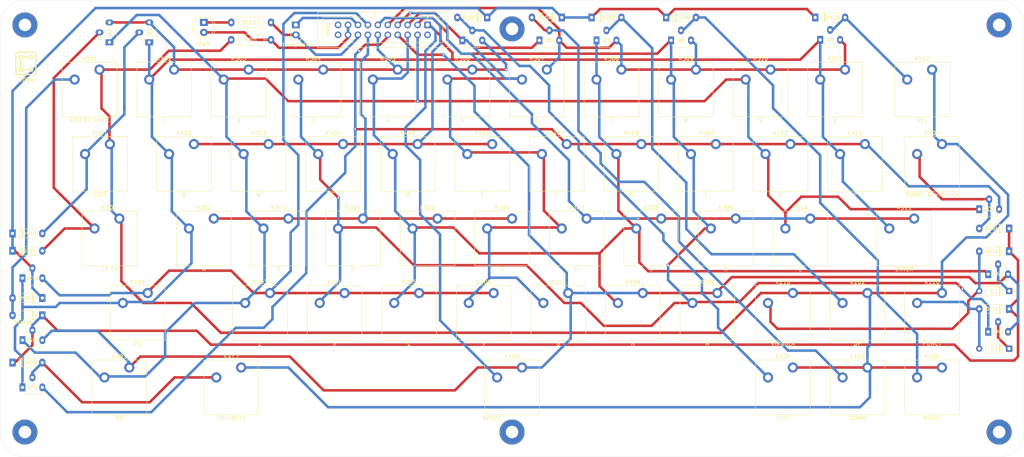
<source format=kicad_pcb>
(kicad_pcb (version 20241229) (generator "pcbnew") (generator_version "9.0")
  (layers (0 "F.Cu" signal) (2 "B.Cu" signal) (13 "F.Paste" user) (15 "B.Paste" user) (5 "F.SilkS" user "F.Silkscreen") (7 "B.SilkS" user "B.Silkscreen") (1 "F.Mask" user) (3 "B.Mask" user) (25 "Edge.Cuts" user))
  (net 0 "")
  (net 1 "Net-(D102-A)")
  (net 2 "Btn_CS")
  (net 3 "Btn_SS")
  (net 4 "Net-(D104-A)")
  (net 5 "Net-(D105-A)")
  (net 6 "Net-(D106-A)")
  (net 7 "Net-(D110-A)")
  (net 8 "Net-(D202-A)")
  (net 9 "Net-(D2-K)")
  (net 10 "Net-(D301-A)")
  (net 11 "Net-(D401-A)")
  (net 12 "Net-(D412-A)")
  (net 13 "Net-(D501-A)")
  (net 14 "Net-(D512-A)")
  (net 15 "K0")
  (net 16 "KA10")
  (net 17 "VCC")
  (net 18 "K1")
  (net 19 "KA14")
  (net 20 "K3")
  (net 21 "KA9")
  (net 22 "KA12")
  (net 23 "KA8")
  (net 24 "KA11")
  (net 25 "K4")
  (net 26 "SPKR")
  (net 27 "GND")
  (net 28 "KA13")
  (net 30 "K2")
  (net 31 "KA15")
  (net 34 "Net-(K102-Pad1)")
  (net 35 "Net-(D1-K)")
  (net 36 "Net-(D2-A)")
  (net 37 "Net-(D3-K)")
  (footprint "Button_Switch_Keyboard:SW_Cherry_MX_1.00u_PCB" (layer "F.Cu") (at 287.655 137.16)
    (property "Reference" "K202")
    (property "Value" "UP")
  )
  (footprint "Package_TO_SOT_THT:TO-92_Wide" (layer "F.Cu") (at 203.835 72.525)
    (property "Reference" "Q6")
    (property "Value" "BC337")
  )
  (footprint "Diode_THT:D_DO-35_SOD27_P7.62mm_Horizontal" (layer "F.Cu") (at 69.215 121.92)
    (property "Reference" "D401")
    (property "Value" "1N4148")
  )
  (footprint "Button_Switch_Keyboard:SW_Cherry_MX_1.00u_PCB" (layer "F.Cu") (at 268.605 137.16)
    (property "Reference" "K210")
    (property "Value" "VIRGULA")
  )
  (footprint "Button_Switch_Keyboard:SW_Cherry_MX_2.25u_PCB" (layer "F.Cu") (at 103.759 137.16)
    (property "Reference" "K101")
    (property "Value" "CS")
  )
  (footprint "Button_Switch_Keyboard:SW_Cherry_MX_1.25u_PCB" (layer "F.Cu") (at 304.165 80.01)
    (property "Reference" "K512")
    (property "Value" "DEL")
  )
  (footprint "Button_Switch_Keyboard:SW_Cherry_MX_1.00u_PCB" (layer "F.Cu") (at 154.051 137.16)
    (property "Reference" "K204")
    (property "Value" "X")
  )
  (footprint "Button_Switch_Keyboard:SW_Cherry_MX_1.00u_PCB" (layer "F.Cu") (at 248.92 99.06)
    (property "Reference" "K409")
    (property "Value" "I")
  )
  (footprint "Button_Switch_Keyboard:SW_Cherry_MX_1.00u_PCB" (layer "F.Cu") (at 120.65 118.11)
    (property "Reference" "K302")
    (property "Value" "A")
  )
  (footprint "Button_Switch_Keyboard:SW_Cherry_MX_1.00u_PCB" (layer "F.Cu") (at 135.001 137.16)
    (property "Reference" "K203")
    (property "Value" "Z")
  )
  (footprint "Button_Switch_Keyboard:SW_Cherry_MX_1.00u_PCB" (layer "F.Cu") (at 287.655 156.21)
    (property "Reference" "K102")
    (property "Value" "DOWN")
  )
  (footprint "Button_Switch_Keyboard:SW_Cherry_MX_1.75u_PCB" (layer "F.Cu") (at 299.593 118.11)
    (property "Reference" "K311")
    (property "Value" "ENTER")
  )
  (footprint "Button_Switch_Keyboard:SW_Cherry_MX_1.00u_PCB" (layer "F.Cu") (at 268.605 156.21)
    (property "Reference" "K105")
    (property "Value" "LEFT")
  )
  (footprint "Button_Switch_Keyboard:SW_Cherry_MX_1.00u_PCB" (layer "F.Cu") (at 177.8 118.11)
    (property "Reference" "K305")
    (property "Value" "F")
  )
  (footprint "MountingHole:MountingHole_3.2mm_M3_Pad" (layer "F.Cu") (at 196.85 172.72)
    (property "Reference" "H5")
    (property "Value" "MountingHole")
  )
  (footprint "Diode_THT:D_DO-35_SOD27_P7.62mm_Horizontal" (layer "F.Cu") (at 190.5 66.675 180)
    (property "Reference" "D105")
    (property "Value" "1N4148")
  )
  (footprint "Package_TO_SOT_THT:TO-92_Wide" (layer "F.Cu") (at 71.755 133.35)
    (property "Reference" "QCS1")
    (property "Value" "BC337")
  )
  (footprint "Button_Switch_Keyboard:SW_Cherry_MX_1.00u_PCB" (layer "F.Cu") (at 139.7 118.11)
    (property "Reference" "K303")
    (property "Value" "S")
  )
  (footprint "MountingHole:MountingHole_3.2mm_M3_Pad" (layer "F.Cu") (at 196.85 69.596)
    (property "Reference" "H2")
    (property "Value" "MountingHole")
  )
  (footprint "Button_Switch_Keyboard:SW_Cherry_MX_1.00u_PCB" (layer "F.Cu") (at 110.49 80.01)
    (property "Reference" "K502")
    (property "Value" "1")
  )
  (footprint "Button_Switch_Keyboard:SW_Cherry_MX_1.25u_PCB" (layer "F.Cu") (at 94.107 99.06)
    (property "Reference" "K401")
    (property "Value" "EDIT")
  )
  (footprint "Button_Switch_Keyboard:SW_Cherry_MX_1.00u_PCB" (layer "F.Cu") (at 148.59 80.01)
    (property "Reference" "K504")
    (property "Value" "3")
  )
  (footprint "Button_Switch_Keyboard:SW_Cherry_MX_6.25u_PCB" (layer "F.Cu") (at 199.39 156.21)
    (property "Reference" "K103")
    (property "Value" "SPACE")
  )
  (footprint "Button_Switch_Keyboard:SW_Cherry_MX_1.00u_PCB" (layer "F.Cu") (at 173.101 137.16)
    (property "Reference" "K205")
    (property "Value" "C")
  )
  (footprint "LED_THT:LED_D5.0mm" (layer "F.Cu") (at 118.11 67.945 -90)
    (property "Reference" "D1")
    (property "Value" "PWR")
  )
  (footprint "Diode_THT:D_DO-35_SOD27_P7.62mm_Horizontal" (layer "F.Cu") (at 76.835 142.875 180)
    (property "Reference" "D501A1")
    (property "Value" "1N4148")
  )
  (footprint "Package_TO_SOT_THT:TO-92_Wide" (layer "F.Cu") (at 275.59 72.39)
    (property "Reference" "Q0")
    (property "Value" "BC337")
  )
  (footprint "Connector_PinHeader_2.54mm:PinHeader_1x02_P2.54mm_Vertical" (layer "F.Cu") (at 141.605 68.58)
    (property "Reference" "JSPKR1" (hide yes))
    (property "Value" "Conn_SPKR")
  )
  (footprint "Button_Switch_Keyboard:SW_Cherry_MX_1.00u_PCB" (layer "F.Cu") (at 287.02 99.06)
    (property "Reference" "K411")
    (property "Value" "P")
  )
  (footprint "Button_Switch_Keyboard:SW_Cherry_MX_1.00u_PCB" (layer "F.Cu") (at 91.44 80.01)
    (property "Reference" "K501")
    (property "Value" "EXTEND MODE")
  )
  (footprint "Button_Switch_Keyboard:SW_Cherry_MX_1.00u_PCB" (layer "F.Cu") (at 262.89 80.01)
    (property "Reference" "K510")
    (property "Value" "9")
  )
  (footprint "Package_TO_SOT_THT:TO-92_Wide" (layer "F.Cu") (at 318.516 147.074)
    (property "Reference" "QM1")
    (property "Value" "BC337")
  )
  (footprint "Button_Switch_Keyboard:SW_Cherry_MX_1.00u_PCB" (layer "F.Cu") (at 224.79 80.01)
    (property "Reference" "K508")
    (property "Value" "7")
  )
  (footprint "Button_Switch_Keyboard:SW_Cherry_MX_1.00u_PCB" (layer "F.Cu") (at 306.705 156.21)
    (property "Reference" "K106")
    (property "Value" "RIGHT")
  )
  (footprint "Button_Switch_Keyboard:SW_Cherry_MX_1.75u_PCB" (layer "F.Cu") (at 99.06 156.21)
    (property "Reference" "K201")
    (property "Value" "SS")
  )
  (footprint "Button_Switch_Keyboard:SW_Cherry_MX_1.00u_PCB" (layer "F.Cu") (at 167.64 80.01)
    (property "Reference" "K505")
    (property "Value" "4")
  )
  (footprint "Diode_THT:D_DO-35_SOD27_P7.62mm_Horizontal" (layer "F.Cu") (at 217.17 66.675)
    (property "Reference" "D202")
    (property "Value" "1N4148")
  )
  (footprint "Button_Switch_Keyboard:SW_Cherry_MX_1.00u_PCB" (layer "F.Cu") (at 153.67 99.06)
    (property "Reference" "K404")
    (property "Value" "E")
  )
  (footprint "Diode_THT:D_DO-35_SOD27_P7.62mm_Horizontal" (layer "F.Cu") (at 323.85 136.652 180)
    (property "Reference" "D2")
    (property "Value" "1N4148")
  )
  (footprint "Button_Switch_Keyboard:SW_Cherry_MX_1.00u_PCB" (layer "F.Cu") (at 273.05 118.11)
    (property "Reference" "K310")
    (property "Value" "L")
  )
  (footprint "Diode_THT:D_DO-35_SOD27_P7.62mm_Horizontal" (layer "F.Cu") (at 323.85 151.384 180)
    (property "Reference" "D3")
    (property "Value" "1N4148")
  )
  (footprint "Button_Switch_Keyboard:SW_Cherry_MX_1.00u_PCB" (layer "F.Cu") (at 306.705 99.06)
    (property "Reference" "K104")
    (property "Value" "PUNCT & VIRGULA")
  )
  (footprint "Button_Switch_Keyboard:SW_Cherry_MX_1.00u_PCB" (layer "F.Cu") (at 129.54 80.01)
    (property "Reference" "K503")
    (property "Value" "2")
  )
  (footprint "Package_TO_SOT_THT:TO-92_Wide" (layer "F.Cu") (at 218.44 72.525)
    (property "Reference" "Q7")
    (property "Value" "BC337")
  )
  (footprint "Button_Switch_Keyboard:SW_Cherry_MX_1.50u_PCB" (layer "F.Cu") (at 96.52 118.11)
    (property "Reference" "K301")
    (property "Value" "CS LK")
  )
  (footprint "Diode_THT:D_DO-35_SOD27_P7.62mm_Horizontal" (layer "F.Cu") (at 76.835 138.43 180)
    (property "Reference" "D501")
    (property "Value" "1N4148")
  )
  (footprint "Package_TO_SOT_THT:TO-92_Wide" (layer "F.Cu") (at 71.755 149.225)
    (property "Reference" "QSS1")
    (property "Value" "BC337")
  )
  (footprint "Button_Switch_Keyboard:SW_Cherry_MX_1.00u_PCB" (layer "F.Cu") (at 281.94 80.01)
    (property "Reference" "K511")
    (property "Value" "0")
  )
  (footprint "Button_Switch_Keyboard:SW_Cherry_MX_1.00u_PCB" (layer "F.Cu") (at 210.82 99.06)
    (property "Reference" "K407")
    (property "Value" "Y")
  )
  (footprint "Button_Switch_Keyboard:SW_Cherry_MX_1.00u_PCB" (layer "F.Cu") (at 205.74 80.01)
    (property "Reference" "K507")
    (property "Value" "6")
  )
  (footprint "Diode_THT:D_DO-35_SOD27_P7.62mm_Horizontal" (layer "F.Cu") (at 209.55 66.675 180)
    (property "Reference" "D102")
    (property "Value" "1N4148")
  )
  (footprint "Button_Switch_Keyboard:SW_Cherry_MX_1.00u_PCB" (layer "F.Cu") (at 172.72 99.06)
    (property "Reference" "K405")
    (property "Value" "R")
  )
  (footprint "Package_TO_SOT_THT:TO-92_Wide" (layer "F.Cu") (at 316.23 115.705)
    (property "Reference" "QO1")
    (property "Value" "BC337")
  )
  (footprint "Button_Switch_Keyboard:SW_Cherry_MX_1.00u_PCB" (layer "F.Cu") (at 254 118.11)
    (property "Reference" "K309")
    (property "Value" "K")
  )
  (footprint "Button_Switch_Keyboard:SW_Cherry_MX_1.00u_PCB" (layer "F.Cu") (at 229.87 99.06)
    (property "Reference" "K408")
    (property "Value" "U")
  )
  (footprint "Diode_THT:D_DO-35_SOD27_P7.62mm_Horizontal" (layer "F.Cu") (at 274.32 66.675)
    (property "Reference" "D512")
    (property "Value" "1N4148")
  )
  (footprint "Button_Switch_Keyboard:SW_Cherry_MX_1.00u_PCB" (layer "F.Cu") (at 267.97 99.06)
    (property "Reference" "K410")
    (property "Value" "O")
  )
  (footprint "Package_TO_SOT_THT:TO-92_Wide" (layer "F.Cu") (at 184.15 72.525)
    (property "Reference" "Q5")
    (property "Value" "BC337")
  )
  (footprint "Button_Switch_Keyboard:SW_Cherry_MX_1.00u_PCB" (layer "F.Cu") (at 134.62 99.06)
    (property "Reference" "K403")
    (property "Value" "W")
  )
  (footprint "Package_TO_SOT_THT:TO-92_Wide" (layer "F.Cu") (at 318.516 132.342)
    (property "Reference" "QN1")
    (property "Value" "BC337")
  )
  (footprint "Button_Switch_Keyboard:SW_Cherry_MX_1.00u_PCB" (layer "F.Cu") (at 191.77 99.06)
    (property "Reference" "K406")
    (property "Value" "T")
  )
  (footprint "Diode_THT:D_DO-35_SOD27_P7.62mm_Horizontal" (layer "F.Cu") (at 69.215 126.365)
    (property "Reference" "D301")
    (property "Value" "1N4148")
  )
  (footprint "MountingHole:MountingHole_3.2mm_M3_Pad" (layer "F.Cu") (at 321.31 172.72)
    (property "Reference" "H4")
    (property "Value" "MountingHole")
  )
  (footprint "Connector_IDC:IDC-Header_2x10_P2.54mm_Vertical" (layer "F.Cu") (at 175.26 68.58 -90)
    (property "Reference" "JKBD1")
    (property "Value" "Conn_KBD")
  )
  (footprint "Button_Switch_Keyboard:SW_Cherry_MX_1.00u_PCB" (layer "F.Cu") (at 186.69 80.01)
    (property "Reference" "K506")
    (property "Value" "5")
  )
  (footprint "Package_TO_SOT_THT:TO-92_Wide" (layer "F.Cu") (at 93.98 73.025 90)
    (property "Reference" "Q2")
    (property "Value" "BC337")
  )
  (footprint "Diode_THT:D_DO-35_SOD27_P7.62mm_Horizontal" (layer "F.Cu") (at 323.85 141.224 180)
    (property "Reference" "D110")
    (property "Value" "1N4148")
  )
  (footprint "Button_Switch_Keyboard:SW_Cherry_MX_1.00u_PCB" (layer "F.Cu") (at 215.9 118.11)
    (property "Reference" "K307")
    (property "Value" "H")
  )
  (footprint "Button_Switch_Keyboard:SW_Cherry_MX_1.00u_PCB" (layer "F.Cu") (at 196.85 118.11)
    (property "Reference" "K306")
    (property "Value" "G")
  )
  (footprint "Button_Switch_Keyboard:SW_Cherry_MX_1.00u_PCB" (layer "F.Cu") (at 243.84 80.01)
    (property "Reference" "K509")
    (property "Value" "8")
  )
  (footprint "Diode_THT:D_DO-35_SOD27_P7.62mm_Horizontal" (layer "F.Cu") (at 69.215 154.94)
    (property "Reference" "D412")
    (property "Value" "1N4148")
  )
  (footprint "MountingHole:MountingHole_3.2mm_M3_Pad" (layer "F.Cu") (at 72.39 172.72)
    (property "Reference" "H6")
    (property "Value" "MountingHole")
  )
  (footprint "Package_TO_SOT_THT:TO-92_Wide" (layer "F.Cu") (at 71.755 161.29)
    (property "Reference" "QP1")
    (property "Value" "BC337")
  )
  (footprint "Button_Switch_Keyboard:SW_Cherry_MX_1.25u_PCB" (layer "F.Cu") (at 127.635 156.21)
    (property "Reference" "K412")
    (property "Value" "GHILIMELE")
  )
  (footprint "MountingHole:MountingHole_3.2mm_M3_Pad" (layer "F.Cu") (at 321.31 68.58)
    (property "Reference" "H3")
    (property "Value" "MountingHole")
  )
  (footprint "Resistor_THT:R_Axial_DIN0207_L6.3mm_D2.5mm_P10.16mm_Horizontal" (layer "F.Cu") (at 135.255 72.39 180)
    (property "Reference" "RPU1")
    (property "Value" "1.5K")
  )
  (footprint "MountingHole:MountingHole_3.2mm_M3_Pad" (layer "F.Cu") (at 72.39 68.58)
    (property "Reference" "H1")
    (property "Value" "MountingHole")
  )
  (footprint "Button_Switch_Keyboard:SW_Cherry_MX_1.00u_PCB" (layer "F.Cu") (at 192.151 137.16)
    (property "Reference" "K206")
    (property "Value" "V")
  )
  (footprint "Diode_THT:D_DO-35_SOD27_P7.62mm_Horizontal" (layer "F.Cu") (at 323.85 120.65 180)
    (property "Reference" "D104")
    (property "Value" "1N4148")
  )
  (footprint "Resistor_THT:R_Axial_DIN0207_L6.3mm_D2.5mm_P10.16mm_Horizontal" (layer "F.Cu") (at 135.255 67.945 180)
    (property "Reference" "RLED1")
    (property "Value" "1K")
  )
  (footprint "Package_TO_SOT_THT:TO-92_Wide" (layer "F.Cu") (at 237.49 72.525)
    (property "Reference" "Q8")
    (property "Value" "BC337")
  )
  (footprint "Button_Switch_Keyboard:SW_Cherry_MX_1.00u_PCB" (layer "F.Cu") (at 230.251 137.16)
    (property "Reference" "K208")
    (property "Value" "N")
  )
  (footprint "Diode_THT:D_DO-35_SOD27_P7.62mm_Horizontal" (layer "F.Cu") (at 323.85 126.492 180)
    (property "Reference" "D210")
    (property "Value" "1N4148")
  )
  (footprint "Button_Switch_Keyboard:SW_Cherry_MX_1.00u_PCB" (layer "F.Cu") (at 249.301 137.16)
    (property "Reference" "K209")
    (property "Value" "M")
  )
  (footprint "Button_Switch_Keyboard:SW_Cherry_MX_1.00u_PCB" (layer "F.Cu") (at 211.201 137.16)
    (property "Reference" "K207")
    (property "Value" "B")
  )
  (footprint "Button_Switch_Keyboard:SW_Cherry_MX_1.00u_PCB" (layer "F.Cu") (at 234.95 118.11)
    (property "Reference" "K308")
    (property "Value" "J")
  )
  (footprint "Button_Switch_Keyboard:SW_Cherry_MX_1.00u_PCB" (layer "F.Cu") (at 306.705 137.16)
    (property "Reference" "K110")
    (property "Value" "PUNCT")
  )
  (footprint "Package_TO_SOT_THT:TO-92_Wide" (layer "F.Cu") (at 104.14 73.025 90)
    (property "Reference" "Q1")
    (property "Value" "BC337")
  )
  (footprint "Diode_THT:D_DO-35_SOD27_P7.62mm_Horizontal" (layer "F.Cu") (at 236.22 66.675)
    (property "Reference" "D106")
    (property "Value" "1N4148")
  )
  (footprint "Button_Switch_Keyboard:SW_Cherry_MX_1.00u_PCB" (layer "F.Cu") (at 115.57 99.06)
    (property "Reference" "K402")
    (property "Value" "Q")
  )
  (footprint "Button_Switch_Keyboard:SW_Cherry_MX_1.00u_PCB" (layer "F.Cu") (at 158.75 118.11)
    (property "Reference" "K304")
    (property "Value" "D")
  )
  (gr_poly (pts (xy 73.986515 79.430742) (xy 74.016694 79.433046) (xy 74.046441 79.436841) (xy 74.075718 79.442088) (xy 74.104487 79.44875) (xy 74.132711 79.456789) (xy 74.160351 79.466167) (xy 74.18737 79.476846) (xy 74.213731 79.488788) (xy 74.239395 79.501957) (xy 74.264324 79.516313) (xy 74.288481 79.531819) (xy 74.311828 79.548438) (xy 74.334327 79.566131) (xy 74.35594 79.584861) (xy 74.376631 79.60459) (xy 74.39636 79.62528) (xy 74.415089 79.646893) (xy 74.432783 79.669392) (xy 74.449401 79.692739) (xy 74.464908 79.716896) (xy 74.479264 79.741826) (xy 74.492432 79.767489) (xy 74.504374 79.79385) (xy 74.515053 79.820869) (xy 74.524431 79.84851) (xy 74.53247 79.876733) (xy 74.539132 79.905503) (xy 74.544379 79.93478) (xy 74.548174 79.964527) (xy 74.550478 79.994706) (xy 74.551255 80.025279) (xy 74.550478 80.055852) (xy 74.548174 80.086031) (xy 74.544379 80.115778) (xy 74.539132 80.145055) (xy 74.53247 80.173824) (xy 74.524431 80.202047) (xy 74.515053 80.229687) (xy 74.504374 80.256707) (xy 74.492432 80.283067) (xy 74.479264 80.30873) (xy 74.464908 80.333659) (xy 74.449401 80.357816) (xy 74.432783 80.381163) (xy 74.415089 80.403662) (xy 74.39636 80.425276) (xy 74.376631 80.445966) (xy 74.35594 80.465694) (xy 74.334327 80.484424) (xy 74.311828 80.502117) (xy 74.288481 80.518736) (xy 74.264324 80.534242) (xy 74.239395 80.548598) (xy 74.213731 80.561766) (xy 74.18737 80.573709) (xy 74.160351 80.584388) (xy 74.132711 80.593766) (xy 74.104487 80.601804) (xy 74.075718 80.608466) (xy 74.046441 80.613714) (xy 74.016694 80.617508) (xy 73.986515 80.619813) (xy 73.955941 80.620589) (xy 73.925368 80.619813) (xy 73.89519 80.617508) (xy 73.865443 80.613714) (xy 73.836167 80.608466) (xy 73.807398 80.601804) (xy 73.779175 80.593766) (xy 73.751535 80.584388) (xy 73.724516 80.573709) (xy 73.698156 80.561766) (xy 73.672493 80.548598) (xy 73.647564 80.534242) (xy 73.623407 80.518736) (xy 73.60006 80.502117) (xy 73.577561 80.484424) (xy 73.555948 80.465694) (xy 73.535258 80.445966) (xy 73.515529 80.425276) (xy 73.4968 80.403662) (xy 73.479107 80.381163) (xy 73.462488 80.357816) (xy 73.446982 80.333659) (xy 73.432626 80.30873) (xy 73.419458 80.283067) (xy 73.407515 80.256707) (xy 73.396836 80.229687) (xy 73.387458 80.202047) (xy 73.37942 80.173824) (xy 73.372758 80.145055) (xy 73.367511 80.115778) (xy 73.363716 80.086031) (xy 73.361411 80.055852) (xy 73.360635 80.025283) (xy 73.659615 80.025283) (xy 73.66 80.040566) (xy 73.661141 80.055644) (xy 73.663021 80.070499) (xy 73.66562 80.085113) (xy 73.668921 80.099468) (xy 73.672905 80.113544) (xy 73.677553 80.127324) (xy 73.682848 80.140789) (xy 73.688771 80.153921) (xy 73.695303 80.166701) (xy 73.702426 80.179111) (xy 73.710122 80.191133) (xy 73.718372 80.202747) (xy 73.727158 80.213936) (xy 73.736461 80.224681) (xy 73.746263 80.234965) (xy 73.756546 80.244767) (xy 73.767291 80.254071) (xy 73.77848 80.262857) (xy 73.790094 80.271107) (xy 73.802115 80.278803) (xy 73.814525 80.285927) (xy 73.827304 80.292459) (xy 73.840436 80.298382) (xy 73.853901 80.303678) (xy 73.86768 80.308326) (xy 73.881757 80.31231) (xy 73.896111 80.315612) (xy 73.910725 80.318211) (xy 73.92558 80.320091) (xy 73.940658 80.321232) (xy 73.955941 80.321616) (xy 73.971224 80.321232) (xy 73.986302 80.320091) (xy 74.001157 80.318211) (xy 74.015771 80.315612) (xy 74.030126 80.31231) (xy 74.044202 80.308326) (xy 74.057982 80.303678) (xy 74.071447 80.298382) (xy 74.084579 80.292459) (xy 74.097359 80.285927) (xy 74.109769 80.278803) (xy 74.12179 80.271107) (xy 74.133405 80.262857) (xy 74.144594 80.254071) (xy 74.155339 80.244767) (xy 74.165623 80.234965) (xy 74.175425 80.224681) (xy 74.184729 80.213936) (xy 74.193515 80.202747) (xy 74.201765 80.191133) (xy 74.209461 80.179111) (xy 74.216585 80.166701) (xy 74.223117 80.153921) (xy 74.22904 80.140789) (xy 74.234335 80.127324) (xy 74.238984 80.113544) (xy 74.242968 80.099468) (xy 74.246269 80.085113) (xy 74.248869 80.070499) (xy 74.250749 80.055644) (xy 74.25189 80.040566) (xy 74.252274 80.025283) (xy 74.25189 80.01) (xy 74.250749 79.994922) (xy 74.248869 79.980067) (xy 74.246269 79.965453) (xy 74.242968 79.951098) (xy 74.238984 79.937022) (xy 74.234335 79.923242) (xy 74.22904 79.909777) (xy 74.223117 79.896645) (xy 74.216585 79.883865) (xy 74.209461 79.871455) (xy 74.201765 79.859434) (xy 74.193515 79.847819) (xy 74.184729 79.83663) (xy 74.175425 79.825885) (xy 74.165623 79.815602) (xy 74.155339 79.805799) (xy 74.144594 79.796495) (xy 74.133405 79.787709) (xy 74.12179 79.779459) (xy 74.109769 79.771763) (xy 74.097359 79.764639) (xy 74.084579 79.758107) (xy 74.071447 79.752184) (xy 74.057982 79.746889) (xy 74.044202 79.74224) (xy 74.030126 79.738256) (xy 74.015771 79.734955) (xy 74.001157 79.732355) (xy 73.986302 79.730476) (xy 73.971224 79.729334) (xy 73.955941 79.72895) (xy 73.940658 79.729334) (xy 73.92558 79.730476) (xy 73.910725 79.732355) (xy 73.896111 79.734955) (xy 73.881757 79.738256) (xy 73.86768 79.74224) (xy 73.853901 79.746889) (xy 73.840436 79.752184) (xy 73.827304 79.758107) (xy 73.814525 79.764639) (xy 73.802115 79.771763) (xy 73.790094 79.779459) (xy 73.77848 79.787709) (xy 73.767291 79.796495) (xy 73.756546 79.805799) (xy 73.746263 79.815602) (xy 73.736461 79.825885) (xy 73.727158 79.83663) (xy 73.718372 79.847819) (xy 73.710122 79.859434) (xy 73.702426 79.871455) (xy 73.695303 79.883865) (xy 73.688771 79.896645) (xy 73.682848 79.909777) (xy 73.677553 79.923242) (xy 73.672905 79.937022) (xy 73.668921 79.951098) (xy 73.66562 79.965453) (xy 73.663021 79.980067) (xy 73.661141 79.994922) (xy 73.66 80.01) (xy 73.659615 80.025283) (xy 73.360635 80.025283) (xy 73.360635 80.025279) (xy 73.361411 79.994706) (xy 73.363716 79.964527) (xy 73.367511 79.93478) (xy 73.372758 79.905503) (xy 73.37942 79.876733) (xy 73.387458 79.84851) (xy 73.396836 79.820869) (xy 73.407515 79.79385) (xy 73.419458 79.767489) (xy 73.432626 79.741826) (xy 73.446982 79.716896) (xy 73.462488 79.692739) (xy 73.479107 79.669392) (xy 73.4968 79.646893) (xy 73.515529 79.62528) (xy 73.535258 79.60459) (xy 73.555948 79.584861) (xy 73.577561 79.566131) (xy 73.60006 79.548438) (xy 73.623407 79.531819) (xy 73.647564 79.516313) (xy 73.672493 79.501957) (xy 73.698156 79.488788) (xy 73.724516 79.476846) (xy 73.751535 79.466167) (xy 73.779175 79.456789) (xy 73.807398 79.44875) (xy 73.836167 79.442088) (xy 73.865443 79.436841) (xy 73.89519 79.433046) (xy 73.925368 79.430742) (xy 73.955941 79.429965)) (stroke (width -0.000001)) (fill yes) (layer "F.SilkS"))
  (gr_poly (pts (xy 73.490273 76.953468) (xy 71.66729 76.953468) (xy 71.66729 76.657134) (xy 73.490273 76.657134)) (stroke (width -0.000001)) (fill yes) (layer "F.SilkS"))
  (gr_poly (pts (xy 71.36185 76.210764) (xy 71.392028 76.213068) (xy 71.421774 76.216863) (xy 71.451051 76.22211) (xy 71.47982 76.228772) (xy 71.508043 76.236811) (xy 71.535683 76.246188) (xy 71.562702 76.256868) (xy 71.589062 76.26881) (xy 71.614725 76.281978) (xy 71.639654 76.296334) (xy 71.663811 76.311841) (xy 71.687158 76.328459) (xy 71.709656 76.346153) (xy 71.73127 76.364882) (xy 71.75196 76.384611) (xy 71.771688 76.405301) (xy 71.790418 76.426915) (xy 71.808111 76.449414) (xy 71.82473 76.472761) (xy 71.840236 76.496918) (xy 71.854592 76.521847) (xy 71.86776 76.547511) (xy 71.879703 76.573871) (xy 71.890382 76.600891) (xy 71.899759 76.628531) (xy 71.907798 76.656755) (xy 71.91446 76.685524) (xy 71.919707 76.714801) (xy 71.923502 76.744548) (xy 71.925807 76.774727) (xy 71.926583 76.805301) (xy 71.925807 76.835874) (xy 71.923502 76.866053) (xy 71.919707 76.8958) (xy 71.91446 76.925076) (xy 71.907798 76.953845) (xy 71.899759 76.982069) (xy 71.890382 77.009709) (xy 71.879703 77.036728) (xy 71.86776 77.063088) (xy 71.854592 77.088752) (xy 71.840236 77.113681) (xy 71.82473 77.137838) (xy 71.808111 77.161185) (xy 71.790418 77.183684) (xy 71.771688 77.205297) (xy 71.75196 77.225987) (xy 71.73127 77.245716) (xy 71.709656 77.264446) (xy 71.687158 77.282139) (xy 71.663811 77.298758) (xy 71.639654 77.314264) (xy 71.614725 77.32862) (xy 71.589062 77.341788) (xy 71.562702 77.353731) (xy 71.535683 77.36441) (xy 71.508043 77.373787) (xy 71.47982 77.381826) (xy 71.451051 77.388488) (xy 71.421774 77.393735) (xy 71.392028 77.39753) (xy 71.36185 77.399835) (xy 71.331277 77.400611) (xy 71.300703 77.399835) (xy 71.270524 77.39753) (xy 71.240777 77.393735) (xy 71.2115 77.388488) (xy 71.182731 77.381826) (xy 71.154507 77.373787) (xy 71.126867 77.36441) (xy 71.099847 77.353731) (xy 71.073487 77.341788) (xy 71.047823 77.32862) (xy 71.022894 77.314264) (xy 70.998737 77.298758) (xy 70.97539 77.282139) (xy 70.952891 77.264446) (xy 70.931277 77.245716) (xy 70.910587 77.225987) (xy 70.890858 77.205297) (xy 70.872128 77.183684) (xy 70.854435 77.161185) (xy 70.837816 77.137838) (xy 70.82231 77.113681) (xy 70.807954 77.088752) (xy 70.794786 77.063088) (xy 70.782843 77.036728) (xy 70.772164 77.009709) (xy 70.762786 76.982069) (xy 70.754748 76.953845) (xy 70.748086 76.925076) (xy 70.742839 76.8958) (xy 70.739044 76.866053) (xy 70.736739 76.835874) (xy 70.735963 76.805301) (xy 71.034943 76.805301) (xy 71.035328 76.820584) (xy 71.036469 76.835662) (xy 71.038349 76.850517) (xy 71.040948 76.865131) (xy 71.044249 76.879486) (xy 71.048233 76.893562) (xy 71.052881 76.907342) (xy 71.058176 76.920807) (xy 71.064099 76.933938) (xy 71.070631 76.946718) (xy 71.077755 76.959128) (xy 71.08545 76.971149) (xy 71.093701 76.982763) (xy 71.102487 76.993952) (xy 71.11179 77.004698) (xy 71.121592 77.014981) (xy 71.131875 77.024783) (xy 71.142621 77.034086) (xy 71.15381 77.042872) (xy 71.165424 77.051123) (xy 71.177445 77.058819) (xy 71.189855 77.065942) (xy 71.202635 77.072474) (xy 71.215767 77.078397) (xy 71.229232 77.083692) (xy 71.243013 77.088341) (xy 71.257089 77.092325) (xy 71.271444 77.095626) (xy 71.286059 77.098225) (xy 71.300915 77.100105) (xy 71.315993 77.101246) (xy 71.331277 77.10163) (xy 71.346559 77.101246) (xy 71.361637 77.100105) (xy 71.376493 77.098225) (xy 71.391107 77.095626) (xy 71.405461 77.092325) (xy 71.419537 77.088341) (xy 71.433317 77.083692) (xy 71.446782 77.078397) (xy 71.459913 77.072474) (xy 71.472693 77.065942) (xy 71.485103 77.058819) (xy 71.497124 77.051123) (xy 71.508738 77.042872) (xy 71.519927 77.034086) (xy 71.530672 77.024783) (xy 71.540954 77.014981) (xy 71.550757 77.004698) (xy 71.56006 76.993952) (xy 71.568846 76.982763) (xy 71.577096 76.971149) (xy 71.584792 76.959128) (xy 71.591915 76.946718) (xy 71.598447 76.933938) (xy 71.60437 76.920807) (xy 71.609664 76.907342) (xy 71.614313 76.893562) (xy 71.618297 76.879486) (xy 71.621598 76.865131) (xy 71.624197 76.850517) (xy 71.626077 76.835662) (xy 71.627218 76.820584) (xy 71.627602 76.805301) (xy 71.627218 76.790018) (xy 71.626077 76.77494) (xy 71.624197 76.760085) (xy 71.621598 76.745471) (xy 71.618297 76.731116) (xy 71.614313 76.71704) (xy 71.609664 76.70326) (xy 71.60437 76.689795) (xy 71.598447 76.676663) (xy 71.591915 76.663883) (xy 71.584792 76.651473) (xy 71.577096 76.639452) (xy 71.568846 76.627837) (xy 71.56006 76.616648) (xy 71.550757 76.605903) (xy 71.540954 76.595619) (xy 71.530672 76.585817) (xy 71.519927 76.576513) (xy 71.508738 76.567727) (xy 71.497124 76.559477) (xy 71.485103 76.551781) (xy 71.472693 76.544657) (xy 71.459913 76.538125) (xy 71.446782 76.532202) (xy 71.433317 76.526907) (xy 71.419537 76.522258) (xy 71.405461 76.518274) (xy 71.391107 76.514973) (xy 71.376493 76.512373) (xy 71.361637 76.510493) (xy 71.346559 76.509352) (xy 71.331277 76.508968) (xy 71.315993 76.509352) (xy 71.300915 76.510493) (xy 71.286059 76.512373) (xy 71.271444 76.514973) (xy 71.257089 76.518274) (xy 71.243013 76.522258) (xy 71.229232 76.526907) (xy 71.215767 76.532202) (xy 71.202635 76.538125) (xy 71.189855 76.544657) (xy 71.177445 76.551781) (xy 71.165424 76.559477) (xy 71.15381 76.567727) (xy 71.142621 76.576513) (xy 71.131875 76.585817) (xy 71.121592 76.595619) (xy 71.11179 76.605903) (xy 71.102487 76.616648) (xy 71.093701 76.627837) (xy 71.08545 76.639452) (xy 71.077755 76.651473) (xy 71.070631 76.663883) (xy 71.064099 76.676663) (xy 71.058176 76.689795) (xy 71.052881 76.70326) (xy 71.048233 76.71704) (xy 71.044249 76.731116) (xy 71.040948 76.745471) (xy 71.038349 76.760085) (xy 71.036469 76.77494) (xy 71.035328 76.790018) (xy 71.034943 76.805301) (xy 70.735963 76.805301) (xy 70.736739 76.774727) (xy 70.739044 76.744548) (xy 70.742839 76.714801) (xy 70.748086 76.685524) (xy 70.754748 76.656755) (xy 70.762786 76.628531) (xy 70.772164 76.600891) (xy 70.782843 76.573871) (xy 70.794786 76.547511) (xy 70.807954 76.521847) (xy 70.82231 76.496918) (xy 70.837816 76.472761) (xy 70.854435 76.449414) (xy 70.872128 76.426915) (xy 70.890858 76.405301) (xy 70.910587 76.384611) (xy 70.931277 76.364882) (xy 70.952891 76.346153) (xy 70.97539 76.328459) (xy 70.998737 76.311841) (xy 71.022894 76.296334) (xy 71.047823 76.281978) (xy 71.073487 76.26881) (xy 71.099847 76.256868) (xy 71.126867 76.246188) (xy 71.154507 76.236811) (xy 71.182731 76.228772) (xy 71.2115 76.22211) (xy 71.240777 76.216863) (xy 71.270524 76.213068) (xy 71.300703 76.210764) (xy 71.331277 76.209987)) (stroke (width -0.000001)) (fill yes) (layer "F.SilkS"))
  (gr_poly (pts (xy 73.490273 80.170799) (xy 71.66729 80.170799) (xy 71.66729 79.874469) (xy 73.490273 79.874469)) (stroke (width -0.000001)) (fill yes) (layer "F.SilkS"))
  (gr_poly (pts (xy 73.986515 76.210764) (xy 74.016694 76.213068) (xy 74.046441 76.216863) (xy 74.075718 76.22211) (xy 74.104487 76.228772) (xy 74.132711 76.236811) (xy 74.160351 76.246188) (xy 74.18737 76.256868) (xy 74.213731 76.26881) (xy 74.239395 76.281978) (xy 74.264324 76.296334) (xy 74.288481 76.311841) (xy 74.311828 76.328459) (xy 74.334327 76.346153) (xy 74.35594 76.364882) (xy 74.376631 76.384611) (xy 74.39636 76.405301) (xy 74.415089 76.426915) (xy 74.432783 76.449414) (xy 74.449401 76.472761) (xy 74.464908 76.496918) (xy 74.479264 76.521847) (xy 74.492432 76.547511) (xy 74.504374 76.573871) (xy 74.515053 76.600891) (xy 74.524431 76.628531) (xy 74.53247 76.656755) (xy 74.539132 76.685524) (xy 74.544379 76.714801) (xy 74.548174 76.744548) (xy 74.550478 76.774727) (xy 74.551255 76.805301) (xy 74.550478 76.835874) (xy 74.548174 76.866053) (xy 74.544379 76.8958) (xy 74.539132 76.925076) (xy 74.53247 76.953845) (xy 74.524431 76.982069) (xy 74.515053 77.009709) (xy 74.504374 77.036728) (xy 74.492432 77.063088) (xy 74.479264 77.088752) (xy 74.464908 77.113681) (xy 74.449401 77.137838) (xy 74.432783 77.161185) (xy 74.415089 77.183684) (xy 74.39636 77.205297) (xy 74.376631 77.225987) (xy 74.35594 77.245716) (xy 74.334327 77.264446) (xy 74.311828 77.282139) (xy 74.288481 77.298758) (xy 74.264324 77.314264) (xy 74.239395 77.32862) (xy 74.213731 77.341788) (xy 74.18737 77.353731) (xy 74.160351 77.36441) (xy 74.132711 77.373787) (xy 74.104487 77.381826) (xy 74.075718 77.388488) (xy 74.046441 77.393735) (xy 74.016694 77.39753) (xy 73.986515 77.399835) (xy 73.955941 77.400611) (xy 73.925368 77.399835) (xy 73.89519 77.39753) (xy 73.865443 77.393735) (xy 73.836167 77.388488) (xy 73.807398 77.381826) (xy 73.779175 77.373787) (xy 73.751535 77.36441) (xy 73.724516 77.353731) (xy 73.698156 77.341788) (xy 73.672493 77.32862) (xy 73.647564 77.314264) (xy 73.623407 77.298758) (xy 73.60006 77.282139) (xy 73.577561 77.264446) (xy 73.555948 77.245716) (xy 73.535258 77.225987) (xy 73.515529 77.205297) (xy 73.4968 77.183684) (xy 73.479107 77.161185) (xy 73.462488 77.137838) (xy 73.446982 77.113681) (xy 73.432626 77.088752) (xy 73.419458 77.063088) (xy 73.407515 77.036728) (xy 73.396836 77.009709) (xy 73.387458 76.982069) (xy 73.37942 76.953845) (xy 73.372758 76.925076) (xy 73.367511 76.8958) (xy 73.363716 76.866053) (xy 73.361411 76.835874) (xy 73.360635 76.805301) (xy 73.659615 76.805301) (xy 73.66 76.820584) (xy 73.661141 76.835662) (xy 73.663021 76.850517) (xy 73.66562 76.865131) (xy 73.668921 76.879486) (xy 73.672905 76.893562) (xy 73.677553 76.907342) (xy 73.682848 76.920807) (xy 73.688771 76.933938) (xy 73.695303 76.946718) (xy 73.702426 76.959128) (xy 73.710122 76.971149) (xy 73.718372 76.982763) (xy 73.727158 76.993952) (xy 73.736461 77.004698) (xy 73.746263 77.014981) (xy 73.756546 77.024783) (xy 73.767291 77.034086) (xy 73.77848 77.042872) (xy 73.790094 77.051123) (xy 73.802115 77.058819) (xy 73.814525 77.065942) (xy 73.827304 77.072474) (xy 73.840436 77.078397) (xy 73.853901 77.083692) (xy 73.86768 77.088341) (xy 73.881757 77.092325) (xy 73.896111 77.095626) (xy 73.910725 77.098225) (xy 73.92558 77.100105) (xy 73.940658 77.101246) (xy 73.955941 77.10163) (xy 73.971224 77.101246) (xy 73.986302 77.100105) (xy 74.001157 77.098225) (xy 74.015771 77.095626) (xy 74.030126 77.092325) (xy 74.044202 77.088341) (xy 74.057982 77.083692) (xy 74.071447 77.078397) (xy 74.084579 77.072474) (xy 74.097359 77.065942) (xy 74.109769 77.058819) (xy 74.12179 77.051123) (xy 74.133405 77.042872) (xy 74.144594 77.034086) (xy 74.155339 77.024783) (xy 74.165623 77.014981) (xy 74.175425 77.004698) (xy 74.184729 76.993952) (xy 74.193515 76.982763) (xy 74.201765 76.971149) (xy 74.209461 76.959128) (xy 74.216585 76.946718) (xy 74.223117 76.933938) (xy 74.22904 76.920807) (xy 74.234335 76.907342) (xy 74.238984 76.893562) (xy 74.242968 76.879486) (xy 74.246269 76.865131) (xy 74.248869 76.850517) (xy 74.250749 76.835662) (xy 74.25189 76.820584) (xy 74.252274 76.805301) (xy 74.25189 76.790018) (xy 74.250749 76.77494) (xy 74.248869 76.760085) (xy 74.246269 76.745471) (xy 74.242968 76.731116) (xy 74.238984 76.71704) (xy 74.234335 76.70326) (xy 74.22904 76.689795) (xy 74.223117 76.676663) (xy 74.216585 76.663883) (xy 74.209461 76.651473) (xy 74.201765 76.639452) (xy 74.193515 76.627837) (xy 74.184729 76.616648) (xy 74.175425 76.605903) (xy 74.165623 76.595619) (xy 74.155339 76.585817) (xy 74.144594 76.576513) (xy 74.133405 76.567727) (xy 74.12179 76.559477) (xy 74.109769 76.551781) (xy 74.097359 76.544657) (xy 74.084579 76.538125) (xy 74.071447 76.532202) (xy 74.057982 76.526907) (xy 74.044202 76.522258) (xy 74.030126 76.518274) (xy 74.015771 76.514973) (xy 74.001157 76.512373) (xy 73.986302 76.510493) (xy 73.971224 76.509352) (xy 73.955941 76.508968) (xy 73.940658 76.509352) (xy 73.92558 76.510493) (xy 73.910725 76.512373) (xy 73.896111 76.514973) (xy 73.881757 76.518274) (xy 73.86768 76.522258) (xy 73.853901 76.526907) (xy 73.840436 76.532202) (xy 73.827304 76.538125) (xy 73.814525 76.544657) (xy 73.802115 76.551781) (xy 73.790094 76.559477) (xy 73.77848 76.567727) (xy 73.767291 76.576513) (xy 73.756546 76.585817) (xy 73.746263 76.595619) (xy 73.736461 76.605903) (xy 73.727158 76.616648) (xy 73.718372 76.627837) (xy 73.710122 76.639452) (xy 73.702426 76.651473) (xy 73.695303 76.663883) (xy 73.688771 76.676663) (xy 73.682848 76.689795) (xy 73.677553 76.70326) (xy 73.672905 76.71704) (xy 73.668921 76.731116) (xy 73.66562 76.745471) (xy 73.663021 76.760085) (xy 73.661141 76.77494) (xy 73.66 76.790018) (xy 73.659615 76.805301) (xy 73.360635 76.805301) (xy 73.361411 76.774727) (xy 73.363716 76.744548) (xy 73.367511 76.714801) (xy 73.372758 76.685524) (xy 73.37942 76.656755) (xy 73.387458 76.628531) (xy 73.396836 76.600891) (xy 73.407515 76.573871) (xy 73.419458 76.547511) (xy 73.432626 76.521847) (xy 73.446982 76.496918) (xy 73.462488 76.472761) (xy 73.479107 76.449414) (xy 73.4968 76.426915) (xy 73.515529 76.405301) (xy 73.535258 76.384611) (xy 73.555948 76.364882) (xy 73.577561 76.346153) (xy 73.60006 76.328459) (xy 73.623407 76.311841) (xy 73.647564 76.296334) (xy 73.672493 76.281978) (xy 73.698156 76.26881) (xy 73.724516 76.256868) (xy 73.751535 76.246188) (xy 73.779175 76.236811) (xy 73.807398 76.228772) (xy 73.836167 76.22211) (xy 73.865443 76.216863) (xy 73.89519 76.213068) (xy 73.925368 76.210764) (xy 73.955941 76.209987)) (stroke (width -0.000001)) (fill yes) (layer "F.SilkS"))
  (gr_poly (pts (xy 71.36185 79.430742) (xy 71.392028 79.433046) (xy 71.421774 79.436841) (xy 71.451051 79.442088) (xy 71.47982 79.44875) (xy 71.508043 79.456789) (xy 71.535683 79.466167) (xy 71.562702 79.476846) (xy 71.589062 79.488788) (xy 71.614725 79.501957) (xy 71.639654 79.516313) (xy 71.663811 79.531819) (xy 71.687158 79.548438) (xy 71.709656 79.566131) (xy 71.73127 79.584861) (xy 71.75196 79.60459) (xy 71.771688 79.62528) (xy 71.790418 79.646893) (xy 71.808111 79.669392) (xy 71.82473 79.692739) (xy 71.840236 79.716896) (xy 71.854592 79.741826) (xy 71.86776 79.767489) (xy 71.879703 79.79385) (xy 71.890382 79.820869) (xy 71.899759 79.84851) (xy 71.907798 79.876733) (xy 71.91446 79.905503) (xy 71.919707 79.93478) (xy 71.923502 79.964527) (xy 71.925807 79.994706) (xy 71.926583 80.025279) (xy 71.925807 80.055852) (xy 71.923502 80.086031) (xy 71.919707 80.115778) (xy 71.91446 80.145055) (xy 71.907798 80.173824) (xy 71.899759 80.202047) (xy 71.890382 80.229687) (xy 71.879703 80.256707) (xy 71.86776 80.283067) (xy 71.854592 80.30873) (xy 71.840236 80.333659) (xy 71.82473 80.357816) (xy 71.808111 80.381163) (xy 71.790418 80.403662) (xy 71.771688 80.425276) (xy 71.75196 80.445966) (xy 71.73127 80.465694) (xy 71.709656 80.484424) (xy 71.687158 80.502117) (xy 71.663811 80.518736) (xy 71.639654 80.534242) (xy 71.614725 80.548598) (xy 71.589062 80.561766) (xy 71.562702 80.573709) (xy 71.535683 80.584388) (xy 71.508043 80.593766) (xy 71.47982 80.601804) (xy 71.451051 80.608466) (xy 71.421774 80.613714) (xy 71.392028 80.617508) (xy 71.36185 80.619813) (xy 71.331277 80.620589) (xy 71.300703 80.619813) (xy 71.270524 80.617508) (xy 71.240777 80.613714) (xy 71.2115 80.608466) (xy 71.182731 80.601804) (xy 71.154507 80.593766) (xy 71.126867 80.584388) (xy 71.099847 80.573709) (xy 71.073487 80.561766) (xy 71.047823 80.548598) (xy 71.022894 80.534242) (xy 70.998737 80.518736) (xy 70.97539 80.502117) (xy 70.952891 80.484424) (xy 70.931277 80.465694) (xy 70.910587 80.445966) (xy 70.890858 80.425276) (xy 70.872128 80.403662) (xy 70.854435 80.381163) (xy 70.837816 80.357816) (xy 70.82231 80.333659) (xy 70.807954 80.30873) (xy 70.794786 80.283067) (xy 70.782843 80.256707) (xy 70.772164 80.229687) (xy 70.762786 80.202047) (xy 70.754748 80.173824) (xy 70.748086 80.145055) (xy 70.742839 80.115778) (xy 70.739044 80.086031) (xy 70.736739 80.055852) (xy 70.735963 80.025283) (xy 71.034943 80.025283) (xy 71.035328 80.040566) (xy 71.036469 80.055644) (xy 71.038349 80.070499) (xy 71.040948 80.085113) (xy 71.044249 80.099468) (xy 71.048233 80.113544) (xy 71.052881 80.127324) (xy 71.058176 80.140789) (xy 71.064099 80.153921) (xy 71.070631 80.166701) (xy 71.077755 80.179111) (xy 71.08545 80.191133) (xy 71.093701 80.202747) (xy 71.102487 80.213936) (xy 71.11179 80.224681) (xy 71.121592 80.234965) (xy 71.131875 80.244767) (xy 71.142621 80.254071) (xy 71.15381 80.262857) (xy 71.165424 80.271107) (xy 71.177445 80.278803) (xy 71.189855 80.285927) (xy 71.202635 80.292459) (xy 71.215767 80.298382) (xy 71.229232 80.303678) (xy 71.243013 80.308326) (xy 71.257089 80.31231) (xy 71.271444 80.315612) (xy 71.286059 80.318211) (xy 71.300915 80.320091) (xy 71.315993 80.321232) (xy 71.331277 80.321616) (xy 71.346559 80.321232) (xy 71.361637 80.320091) (xy 71.376493 80.318211) (xy 71.391107 80.315612) (xy 71.405461 80.31231) (xy 71.419537 80.308326) (xy 71.433317 80.303678) (xy 71.446782 80.298382) (xy 71.459913 80.292459) (xy 71.472693 80.285927) (xy 71.485103 80.278803) (xy 71.497124 80.271107) (xy 71.508738 80.262857) (xy 71.519927 80.254071) (xy 71.530672 80.244767) (xy 71.540954 80.234965) (xy 71.550757 80.224681) (xy 71.56006 80.213936) (xy 71.568846 80.202747) (xy 71.577096 80.191133) (xy 71.584792 80.179111) (xy 71.591915 80.166701) (xy 71.598447 80.153921) (xy 71.60437 80.140789) (xy 71.609664 80.127324) (xy 71.614313 80.113544) (xy 71.618297 80.099468) (xy 71.621598 80.085113) (xy 71.624197 80.070499) (xy 71.626077 80.055644) (xy 71.627218 80.040566) (xy 71.627602 80.025283) (xy 71.627218 80.01) (xy 71.626077 79.994922) (xy 71.624197 79.980067) (xy 71.621598 79.965453) (xy 71.618297 79.951098) (xy 71.614313 79.937022) (xy 71.609664 79.923242) (xy 71.60437 79.909777) (xy 71.598447 79.896645) (xy 71.591915 79.883865) (xy 71.584792 79.871455) (xy 71.577096 79.859434) (xy 71.568846 79.847819) (xy 71.56006 79.83663) (xy 71.550757 79.825885) (xy 71.540954 79.815602) (xy 71.530672 79.805799) (xy 71.519927 79.796495) (xy 71.508738 79.787709) (xy 71.497124 79.779459) (xy 71.485103 79.771763) (xy 71.472693 79.764639) (xy 71.459913 79.758107) (xy 71.446782 79.752184) (xy 71.433317 79.746889) (xy 71.419537 79.74224) (xy 71.405461 79.738256) (xy 71.391107 79.734955) (xy 71.376493 79.732355) (xy 71.361637 79.730476) (xy 71.346559 79.729334) (xy 71.331277 79.72895) (xy 71.315993 79.729334) (xy 71.300915 79.730476) (xy 71.286059 79.732355) (xy 71.271444 79.734955) (xy 71.257089 79.738256) (xy 71.243013 79.74224) (xy 71.229232 79.746889) (xy 71.215767 79.752184) (xy 71.202635 79.758107) (xy 71.189855 79.764639) (xy 71.177445 79.771763) (xy 71.165424 79.779459) (xy 71.15381 79.787709) (xy 71.142621 79.796495) (xy 71.131875 79.805799) (xy 71.121592 79.815602) (xy 71.11179 79.825885) (xy 71.102487 79.83663) (xy 71.093701 79.847819) (xy 71.08545 79.859434) (xy 71.077755 79.871455) (xy 71.070631 79.883865) (xy 71.064099 79.896645) (xy 71.058176 79.909777) (xy 71.052881 79.923242) (xy 71.048233 79.937022) (xy 71.044249 79.951098) (xy 71.040948 79.965453) (xy 71.038349 79.980067) (xy 71.036469 79.994922) (xy 71.035328 80.01) (xy 71.034943 80.025283) (xy 70.735963 80.025283) (xy 70.735963 80.025279) (xy 70.736739 79.994706) (xy 70.739044 79.964527) (xy 70.742839 79.93478) (xy 70.748086 79.905503) (xy 70.754748 79.876733) (xy 70.762786 79.84851) (xy 70.772164 79.820869) (xy 70.782843 79.79385) (xy 70.794786 79.767489) (xy 70.807954 79.741826) (xy 70.82231 79.716896) (xy 70.837816 79.692739) (xy 70.854435 79.669392) (xy 70.872128 79.646893) (xy 70.890858 79.62528) (xy 70.910587 79.60459) (xy 70.931277 79.584861) (xy 70.952891 79.566131) (xy 70.97539 79.548438) (xy 70.998737 79.531819) (xy 71.022894 79.516313) (xy 71.047823 79.501957) (xy 71.073487 79.488788) (xy 71.099847 79.476846) (xy 71.126867 79.466167) (xy 71.154507 79.456789) (xy 71.182731 79.44875) (xy 71.2115 79.442088) (xy 71.240777 79.436841) (xy 71.270524 79.433046) (xy 71.300703 79.430742) (xy 71.331277 79.429965)) (stroke (width -0.000001)) (fill yes) (layer "F.SilkS"))
  (gr_poly (pts (xy 71.482079 79.609878) (xy 71.185746 79.609878) (xy 71.185746 77.199527) (xy 71.482079 77.199527)) (stroke (width -0.000001)) (fill yes) (layer "F.SilkS"))
  (gr_poly (pts (xy 74.642379 75.414561) (xy 74.680097 75.417437) (xy 74.717272 75.422171) (xy 74.753856 75.428718) (xy 74.789802 75.437031) (xy 74.825064 75.447061) (xy 74.859595 75.458764) (xy 74.893346 75.47209) (xy 74.926273 75.486994) (xy 74.958327 75.503429) (xy 74.989461 75.521347) (xy 75.019629 75.540701) (xy 75.048783 75.561445) (xy 75.076877 75.583531) (xy 75.103864 75.606913) (xy 75.129696 75.631543) (xy 75.154326 75.657375) (xy 75.177708 75.684361) (xy 75.199795 75.712454) (xy 75.220539 75.741609) (xy 75.239893 75.771776) (xy 75.257812 75.802911) (xy 75.274246 75.834964) (xy 75.289151 75.867891) (xy 75.302477 75.901642) (xy 75.31418 75.936173) (xy 75.324211 75.971435) (xy 75.332523 76.007381) (xy 75.339071 76.043965) (xy 75.343805 76.08114) (xy 75.346681 76.118858) (xy 75.347649 76.157073) (xy 75.347649 80.670863) (xy 75.346681 80.709078) (xy 75.343805 80.746796) (xy 75.339071 80.78397) (xy 75.332523 80.820554) (xy 75.324211 80.8565) (xy 75.31418 80.891762) (xy 75.302477 80.926292) (xy 75.289151 80.960044) (xy 75.274246 80.99297) (xy 75.257812 81.025023) (xy 75.239893 81.056158) (xy 75.220539 81.086325) (xy 75.199795 81.115479) (xy 75.177708 81.143573) (xy 75.154326 81.170559) (xy 75.129696 81.19639) (xy 75.103864 81.221021) (xy 75.076877 81.244402) (xy 75.048783 81.266488) (xy 75.019629 81.287232) (xy 74.989461 81.306586) (xy 74.958327 81.324504) (xy 74.926273 81.340939) (xy 74.893346 81.355843) (xy 74.859595 81.369169) (xy 74.825064 81.380871) (xy 74.789802 81.390902) (xy 74.753856 81.399215) (xy 74.717272 81.405762) (xy 74.680097 81.410496) (xy 74.642379 81.413371) (xy 74.604165 81.41434) (xy 70.683038 81.41434) (xy 70.644824 81.413371) (xy 70.607106 81.410496) (xy 70.569932 81.405762) (xy 70.533349 81.399215) (xy 70.497403 81.390902) (xy 70.462142 81.380871) (xy 70.427612 81.369169) (xy 70.39386 81.355843) (xy 70.360934 81.340939) (xy 70.328881 81.324504) (xy 70.297747 81.306586) (xy 70.267579 81.287232) (xy 70.238425 81.266488) (xy 70.210331 81.244402) (xy 70.183345 81.221021) (xy 70.157513 81.19639) (xy 70.132883 81.170559) (xy 70.109501 81.143573) (xy 70.087415 81.115479) (xy 70.066671 81.086325) (xy 70.047316 81.056158) (xy 70.029398 81.025023) (xy 70.012964 80.99297) (xy 69.998059 80.960044) (xy 69.984733 80.926292) (xy 69.97303 80.891762) (xy 69.962999 80.8565) (xy 69.954687 80.820554) (xy 69.94814 80.78397) (xy 69.943405 80.746796) (xy 69.94053 80.709078) (xy 69.939561 80.670863) (xy 69.939561 76.157073) (xy 69.939628 76.154422) (xy 70.238541 76.154422) (xy 70.238541 80.668212) (xy 70.239126 80.691136) (xy 70.240859 80.713754) (xy 70.243713 80.736037) (xy 70.247657 80.757959) (xy 70.252664 80.779491) (xy 70.258703 80.800606) (xy 70.265747 80.821276) (xy 70.273765 80.841473) (xy 70.282728 80.861171) (xy 70.292609 80.880341) (xy 70.303377 80.898956) (xy 70.315003 80.916988) (xy 70.327459 80.93441) (xy 70.340715 80.951193) (xy 70.354742 80.967311) (xy 70.369511 80.982736) (xy 70.384994 80.99744) (xy 70.401161 81.011395) (xy 70.417982 81.024574) (xy 70.43543 81.03695) (xy 70.453474 81.048494) (xy 70.472086 81.059179) (xy 70.491237 81.068977) (xy 70.510897 81.077862) (xy 70.531038 81.085804) (xy 70.55163 81.092777) (xy 70.572645 81.098754) (xy 70.594053 81.103705) (xy 70.615826 81.107604) (xy 70.637933 81.110424) (xy 70.660347 81.112135) (xy 70.683038 81.112712) (xy 74.604165 81.112712) (xy 74.627089 81.112128) (xy 74.649707 81.110394) (xy 74.67199 81.107541) (xy 74.693912 81.103597) (xy 74.715444 81.09859) (xy 74.736559 81.092551) (xy 74.757229 81.085508) (xy 74.777427 81.07749) (xy 74.797124 81.068526) (xy 74.816295 81.058646) (xy 74.83491 81.047879) (xy 74.852942 81.036252) (xy 74.870364 81.023797) (xy 74.887148 81.010541) (xy 74.903266 80.996514) (xy 74.91869 80.981745) (xy 74.933394 80.966262) (xy 74.94735 80.950095) (xy 74.960529 80.933274) (xy 74.972905 80.915826) (xy 74.984449 80.897782) (xy 74.995134 80.87917) (xy 75.004933 80.860019) (xy 75.013818 80.840358) (xy 75.02176 80.820217) (xy 75.028734 80.799624) (xy 75.03471 80.778609) (xy 75.039661 80.7572) (xy 75.043561 80.735427) (xy 75.04638 80.713318) (xy 75.048092 80.690904) (xy 75.048669 80.668212) (xy 75.048669 76.154422) (xy 75.048084 76.131498) (xy 75.046351 76.108881) (xy 75.043497 76.086598) (xy 75.039553 76.064677) (xy 75.034546 76.043145) (xy 75.028507 76.02203) (xy 75.021463 76.001361) (xy 75.013445 75.981163) (xy 75.004482 75.961466) (xy 74.994601 75.942296) (xy 74.983833 75.923681) (xy 74.972207 75.905649) (xy 74.959751 75.888228) (xy 74.946495 75.871444) (xy 74.932467 75.855326) (xy 74.917698 75.839902) (xy 74.902215 75.825198) (xy 74.886048 75.811243) (xy 74.869226 75.798064) (xy 74.851779 75.785688) (xy 74.833734 75.774144) (xy 74.815122 75.763459) (xy 74.79597 75.753661) (xy 74.77631 75.744776) (xy 74.756168 75.736834) (xy 74.735576 75.729861) (xy 74.71456 75.723885) (xy 74.693152 75.718933) (xy 74.671379 75.715034) (xy 74.649271 75.712215) (xy 74.626856 75.710503) (xy 74.604165 75.709926) (xy 70.683038 75.709926) (xy 70.660114 75.71051) (xy 70.637497 75.712244) (xy 70.615214 75.715097) (xy 70.593293 75.719041) (xy 70.571762 75.724048) (xy 70.550647 75.730087) (xy 70.529978 75.73713) (xy 70.50978 75.745148) (xy 70.490083 75.754112) (xy 70.470913 75.763992) (xy 70.452298 75.774759) (xy 70.434266 75.786385) (xy 70.416845 75.798841) (xy 70.400061 75.812097) (xy 70.383943 75.826124) (xy 70.368519 75.840893) (xy 70.353815 75.856375) (xy 70.33986 75.872542) (xy 70.32668 75.889363) (xy 70.314305 75.906811) (xy 70.302761 75.924855) (xy 70.292075 75.943467) (xy 70.282277 75.962618) (xy 70.273392 75.982278) (xy 70.26545 76.00242) (xy 70.258476 76.023012) (xy 70.2525 76.044027) (xy 70.247549 76.065436) (xy 70.243649 76.087208) (xy 70.24083 76.109316) (xy 70.239118 76.131731) (xy 70.238541 76.154422) (xy 69.939628 76.154422) (xy 69.94053 76.118858) (xy 69.943405 76.08114) (xy 69.94814 76.043965) (xy 69.954687 76.007381) (xy 69.962999 75.971435) (xy 69.97303 75.936173) (xy 69.984733 75.901642) (xy 69.998059 75.867891) (xy 70.012964 75.834964) (xy 70.029398 75.802911) (xy 70.047316 75.771776) (xy 70.066671 75.741609) (xy 70.087415 75.712454) (xy 70.109501 75.684361) (xy 70.132883 75.657375) (xy 70.157513 75.631543) (xy 70.183345 75.606913) (xy 70.210331 75.583531) (xy 70.238425 75.561445) (xy 70.267579 75.540701) (xy 70.297747 75.521347) (xy 70.328881 75.503429) (xy 70.360934 75.486994) (xy 70.39386 75.47209) (xy 70.427612 75.458764) (xy 70.462142 75.447061) (xy 70.497403 75.437031) (xy 70.533349 75.428718) (xy 70.569932 75.422171) (xy 70.607106 75.417437) (xy 70.644824 75.414561) (xy 70.683038 75.413593) (xy 74.604165 75.413593)) (stroke (width -0.000001)) (fill yes) (layer "F.SilkS"))
  (gr_arc (start 321.31 62.23) (mid 325.800128 64.089872) (end 327.66 68.58) (stroke (width 0.05)) (layer "Edge.Cuts"))
  (gr_arc (start 327.66 172.72) (mid 325.800128 177.210128) (end 321.31 179.07) (stroke (width 0.05)) (layer "Edge.Cuts"))
  (gr_arc (start 72.39 179.07) (mid 67.899872 177.210128) (end 66.04 172.72) (stroke (width 0.05)) (layer "Edge.Cuts"))
  (gr_line (start 327.66 68.58) (end 327.66 172.72) (stroke (width 0.05)) (layer "Edge.Cuts"))
  (gr_line (start 72.39 62.23) (end 321.31 62.23) (stroke (width 0.05)) (layer "Edge.Cuts"))
  (gr_line (start 66.04 172.72) (end 66.04 68.58) (stroke (width 0.05)) (layer "Edge.Cuts"))
  (gr_arc (start 66.04 68.58) (mid 67.899872 64.089872) (end 72.39 62.23) (stroke (width 0.05)) (layer "Edge.Cuts"))
  (gr_line (start 321.31 179.07) (end 72.39 179.07) (stroke (width 0.05)) (layer "Edge.Cuts"))
  (gr_text "2024" (at 70.612 83.185 0) (layer "F.SilkS") (effects (font (size 1 1) (thickness 0.2) (bold yes)) (justify left bottom)))
  (segment (start 205.24 69.985) (end 206.375 69.985) (width 0.65) (layer "F.Cu") (net 1))
  (segment (start 201.93 66.675) (end 205.24 69.985) (width 0.65) (layer "F.Cu") (net 1))
  (segment (start 206.375 69.985) (end 209.939 69.985) (width 0.65) (layer "B.Cu") (net 1))
  (segment (start 274.447 151.892) (end 281.305 158.75) (width 0.65) (layer "B.Cu") (net 1))
  (segment (start 267.3961 151.892) (end 274.447 151.892) (width 0.65) (layer "B.Cu") (net 1))
  (segment (start 213.8219 73.8679) (end 213.8219 95.7119) (width 0.65) (layer "B.Cu") (net 1))
  (segment (start 230.632 108.712) (end 239.4782 117.5582) (width 0.65) (layer "B.Cu") (net 1))
  (segment (start 213.8219 95.7119) (end 219.4888 101.3788) (width 0.65) (layer "B.Cu") (net 1))
  (segment (start 239.4782 117.5582) (end 239.4782 123.9741) (width 0.65) (layer "B.Cu") (net 1))
  (segment (start 219.4888 103.9619) (end 224.2389 108.712) (width 0.65) (layer "B.Cu") (net 1))
  (segment (start 219.4888 101.3788) (end 219.4888 103.9619) (width 0.65) (layer "B.Cu") (net 1))
  (segment (start 224.2389 108.712) (end 230.632 108.712) (width 0.65) (layer "B.Cu") (net 1))
  (segment (start 209.939 69.985) (end 213.8219 73.8679) (width 0.65) (layer "B.Cu") (net 1))
  (segment (start 239.4782 123.9741) (end 267.3961 151.892) (width 0.65) (layer "B.Cu") (net 1))
  (segment (start 272.161 64.516) (end 274.32 66.675) (width 0.65) (layer "F.Cu") (net 2))
  (segment (start 236.22 66.548) (end 234.188 64.516) (width 0.65) (layer "F.Cu") (net 2))
  (segment (start 234.188 64.516) (end 219.329 64.516) (width 0.65) (layer "F.Cu") (net 2))
  (segment (start 219.329 64.516) (end 217.17 66.675) (width 0.65) (layer "F.Cu") (net 2))
  (segment (start 74.295 130.81) (end 69.85 126.365) (width 0.65) (layer "F.Cu") (net 2))
  (segment (start 236.22 66.675) (end 238.379 64.516) (width 0.65) (layer "F.Cu") (net 2))
  (segment (start 236.22 66.675) (end 236.22 66.548) (width 0.65) (layer "F.Cu") (net 2))
  (segment (start 238.379 64.516) (end 272.161 64.516) (width 0.65) (layer "F.Cu") (net 2))
  (segment (start 69.85 126.365) (end 69.215 126.365) (width 0.65) (layer "F.Cu") (net 2))
  (segment (start 69.215 126.365) (end 69.215 121.92) (width 0.65) (layer "B.Cu") (net 2))
  (segment (start 209.55 66.675) (end 207.137 64.262) (width 0.65) (layer "B.Cu") (net 2))
  (segment (start 69.215 85.471) (end 69.215 121.92) (width 0.65) (layer "B.Cu") (net 2))
  (segment (start 190.5 66.675) (end 188.087 64.262) (width 0.65) (layer "B.Cu") (net 2))
  (segment (start 207.137 64.262) (end 192.913 64.262) (width 0.65) (layer "B.Cu") (net 2))
  (segment (start 74.295 135.89) (end 74.295 130.81) (width 0.65) (layer "B.Cu") (net 2))
  (segment (start 192.913 64.262) (end 190.5 66.675) (width 0.65) (layer "B.Cu") (net 2))
  (segment (start 210.3009 66.675) (end 215.6683 66.675) (width 0.65) (layer "B.Cu") (net 2))
  (segment (start 209.55 66.675) (end 210.3009 66.675) (width 0.65) (layer "B.Cu") (net 2))
  (segment (start 90.424 64.262) (end 69.215 85.471) (width 0.65) (layer "B.Cu") (net 2))
  (segment (start 76.835 138.43) (end 74.295 135.89) (width 0.65) (layer "B.Cu") (net 2))
  (segment (start 217.17 66.675) (end 215.6683 66.675) (width 0.65) (layer "B.Cu") (net 2))
  (segment (start 188.087 64.262) (end 90.424 64.262) (width 0.65) (layer "B.Cu") (net 2))
  (segment (start 313.944 154.432) (end 325.12 154.432) (width 0.65) (layer "F.Cu") (net 3))
  (segment (start 326.136 143.383) (end 323.977 141.224) (width 0.65) (layer "F.Cu") (net 3))
  (segment (start 74.295 146.685) (end 74.295 150.495) (width 0.65) (layer "F.Cu") (net 3))
  (segment (start 325.12 154.432) (end 326.136 153.416) (width 0.65) (layer "F.Cu") (net 3))
  (segment (start 116.332 146.812) (end 119.888 150.368) (width 0.65) (layer "F.Cu") (net 3))
  (segment (start 326.136 128.778) (end 323.85 126.492) (width 0.65) (layer "F.Cu") (net 3))
  (segment (start 80.772 146.812) (end 116.332 146.812) (width 0.65) (layer "F.Cu") (net 3))
  (segment (start 309.88 150.368) (end 313.944 154.432) (width 0.65) (layer "F.Cu") (net 3))
  (segment (start 326.136 153.416) (end 326.136 143.383) (width 0.65) (layer "F.Cu") (net 3))
  (segment (start 323.977 141.224) (end 323.977 140.843) (width 0.65) (layer "F.Cu") (net 3))
  (segment (start 326.136 138.684) (end 326.136 128.778) (width 0.65) (layer "F.Cu") (net 3))
  (segment (start 74.295 150.495) (end 69.85 154.94) (width 0.65) (layer "F.Cu") (net 3))
  (segment (start 119.888 150.368) (end 309.88 150.368) (width 0.65) (layer "F.Cu") (net 3))
  (segment (start 69.85 154.94) (end 69.215 154.94) (width 0.65) (layer "F.Cu") (net 3))
  (segment (start 76.835 142.875) (end 80.772 146.812) (width 0.65) (layer "F.Cu") (net 3))
  (segment (start 323.85 120.65) (end 323.85 126.492) (width 0.65) (layer "F.Cu") (net 3))
  (segment (start 323.977 140.843) (end 326.136 138.684) (width 0.65) (layer "F.Cu") (net 3))
  (segment (start 74.295 146.685) (end 74.295 145.415) (width 0.65) (layer "B.Cu") (net 3))
  (segment (start 74.295 145.415) (end 76.835 142.875) (width 0.65) (layer "B.Cu") (net 3))
  (segment (start 300.99 107.442) (end 300.99 102.235) (width 0.65) (layer "F.Cu") (net 4))
  (segment (start 300.99 102.235) (end 300.355 101.6) (width 0.65) (layer "F.Cu") (net 4))
  (segment (start 318.77 113.165) (end 306.713 113.165) (width 0.65) (layer "F.Cu") (net 4))
  (segment (start 306.713 113.165) (end 300.99 107.442) (width 0.65) (layer "F.Cu") (net 4))
  (segment (start 318.77 113.165) (end 318.77 118.11) (width 0.65) (layer "B.Cu") (net 4))
  (segment (start 318.77 118.11) (end 316.23 120.65) (width 0.65) (layer "B.Cu") (net 4))
  (segment (start 206.315 84.0018) (end 206.315 90.745) (width 0.65) (layer "B.Cu") (net 5))
  (segment (start 249.495 145.99) (end 262.255 158.75) (width 0.65) (layer "B.Cu") (net 5))
  (segment (start 235.525 123.765) (end 245.364 133.604) (width 0.65) (layer "B.Cu") (net 5))
  (segment (start 249.495 141.291) (end 249.495 145.99) (width 0.65) (layer "B.Cu") (net 5))
  (segment (start 189.6515 69.985) (end 198.739 79.0725) (width 0.65) (layer "B.Cu") (net 5))
  (segment (start 213.868 98.298) (end 213.868 100.4093) (width 0.65) (layer "B.Cu") (net 5))
  (segment (start 206.315 90.745) (end 213.868 98.298) (width 0.65) (layer "B.Cu") (net 5))
  (segment (start 245.364 133.604) (end 245.364 137.16) (width 0.65) (layer "B.Cu") (net 5))
  (segment (start 235.525 122.0663) (end 235.525 123.765) (width 0.65) (layer "B.Cu") (net 5))
  (segment (start 198.739 79.0725) (end 201.3857 79.0725) (width 0.65) (layer "B.Cu") (net 5))
  (segment (start 245.364 137.16) (end 249.495 141.291) (width 0.65) (layer "B.Cu") (net 5))
  (segment (start 201.3857 79.0725) (end 206.315 84.0018) (width 0.65) (layer "B.Cu") (net 5))
  (segment (start 182.88 66.675) (end 183.38 66.675) (width 0.65) (layer "B.Cu") (net 5))
  (segment (start 186.69 69.985) (end 189.6515 69.985) (width 0.65) (layer "B.Cu") (net 5))
  (segment (start 183.38 66.675) (end 186.69 69.985) (width 0.65) (layer "B.Cu") (net 5))
  (segment (start 213.868 100.4093) (end 235.525 122.0663) (width 0.65) (layer "B.Cu") (net 5))
  (segment (start 300.355 158.75) (end 300.355 147.6663) (width 0.65) (layer "B.Cu") (net 6))
  (segment (start 246.1713 66.675) (end 243.84 66.675) (width 0.65) (layer "B.Cu") (net 6))
  (segment (start 290.2998 128.8098) (end 275.59 114.1) (width 0.65) (layer "B.Cu") (net 6))
  (segment (start 300.355 147.6663) (end 290.2998 137.6111) (width 0.65) (layer "B.Cu") (net 6))
  (segment (start 275.59 101.9254) (end 263.5475 89.8829) (width 0.65) (layer "B.Cu") (net 6))
  (segment (start 290.2998 137.6111) (end 290.2998 128.8098) (width 0.65) (layer "B.Cu") (net 6))
  (segment (start 263.5475 84.0512) (end 246.1713 66.675) (width 0.65) (layer "B.Cu") (net 6))
  (segment (start 240.53 69.985) (end 243.84 66.675) (width 0.65) (layer "B.Cu") (net 6))
  (segment (start 240.03 69.985) (end 240.53 69.985) (width 0.65) (layer "B.Cu") (net 6))
  (segment (start 275.59 114.1) (end 275.59 101.9254) (width 0.65) (layer "B.Cu") (net 6))
  (segment (start 263.5475 89.8829) (end 263.5475 84.0512) (width 0.65) (layer "B.Cu") (net 6))
  (segment (start 313.944 141.224) (end 316.23 141.224) (width 0.65) (layer "B.Cu") (net 7))
  (segment (start 316.23 141.224) (end 316.23 151.384) (width 0.65) (layer "B.Cu") (net 7))
  (segment (start 312.166 139.446) (end 313.944 141.224) (width 0.65) (layer "B.Cu") (net 7))
  (segment (start 300.355 139.7) (end 300.609 139.446) (width 0.65) (layer "B.Cu") (net 7))
  (segment (start 300.609 139.446) (end 312.166 139.446) (width 0.65) (layer "B.Cu") (net 7))
  (segment (start 241.3737 120.7804) (end 241.3737 108.90865) (width 0.65) (layer "B.Cu") (net 8))
  (segment (start 232.664 74.549) (end 224.79 66.675) (width 0.65) (layer "B.Cu") (net 8))
  (segment (start 281.305 139.7) (end 268.8381 127.2331) (width 0.65) (layer "B.Cu") (net 8))
  (segment (start 268.8381 127.2331) (end 247.8264 127.2331) (width 0.65) (layer "B.Cu") (net 8))
  (segment (start 241.3737 108.90865) (end 232.664 100.19895) (width 0.65) (layer "B.Cu") (net 8))
  (segment (start 247.8264 127.2331) (end 241.3737 120.7804) (width 0.65) (layer "B.Cu") (net 8))
  (segment (start 232.664 100.19895) (end 232.664 74.549) (width 0.65) (layer "B.Cu") (net 8))
  (segment (start 224.79 66.675) (end 221.48 69.985) (width 0.65) (layer "B.Cu") (net 8))
  (segment (start 221.48 69.985) (end 220.98 69.985) (width 0.65) (layer "B.Cu") (net 8))
  (segment (start 321.056 133.858) (end 321.056 129.802) (width 0.65) (layer "B.Cu") (net 9))
  (segment (start 323.85 136.652) (end 321.056 133.858) (width 0.65) (layer "B.Cu") (net 9))
  (segment (start 79.756 82.169) (end 79.756 110.2359) (width 0.65) (layer "F.Cu") (net 10))
  (segment (start 91.44 70.485) (end 79.756 82.169) (width 0.65) (layer "F.Cu") (net 10))
  (segment (start 82.55 120.65) (end 76.835 126.365) (width 0.65) (layer "F.Cu") (net 10))
  (segment (start 90.17 120.6499) (end 90.17 120.65) (width 0.65) (layer "F.Cu") (net 10))
  (segment (start 85.5092 115.9891) (end 90.17 120.65) (width 0.65) (layer "F.Cu") (net 10))
  (segment (start 79.756 110.2359) (end 85.5092 115.9891) (width 0.65) (layer "F.Cu") (net 10))
  (segment (start 85.5092 115.9891) (end 90.17 120.6499) (width 0.65) (layer "F.Cu") (net 10))
  (segment (start 90.17 120.65) (end 82.55 120.65) (width 0.65) (layer "F.Cu") (net 10))
  (segment (start 88.1621 110.5929) (end 76.835 121.92) (width 0.65) (layer "B.Cu") (net 11))
  (segment (start 97.79 91.44) (end 87.63 101.6) (width 0.65) (layer "B.Cu") (net 11))
  (segment (start 88.1621 102.1321) (end 88.1621 110.5929) (width 0.65) (layer "B.Cu") (net 11))
  (segment (start 87.63 101.6) (end 88.1621 102.1321) (width 0.65) (layer "B.Cu") (net 11))
  (segment (start 101.6 70.485) (end 97.79 74.295) (width 0.65) (layer "B.Cu") (net 11))
  (segment (start 97.79 74.295) (end 97.79 90.17) (width 0.65) (layer "B.Cu") (net 11))
  (segment (start 97.79 88.9) (end 97.79 91.44) (width 0.65) (layer "B.Cu") (net 11))
  (segment (start 121.285 158.75) (end 110.617 158.75) (width 0.65) (layer "F.Cu") (net 12))
  (segment (start 104.267 165.1) (end 86.995 165.1) (width 0.65) (layer "F.Cu") (net 12))
  (segment (start 110.617 158.75) (end 104.267 165.1) (width 0.65) (layer "F.Cu") (net 12))
  (segment (start 86.995 165.1) (end 76.835 154.94) (width 0.65) (layer "F.Cu") (net 12))
  (segment (start 74.295 157.48) (end 76.835 154.94) (width 0.65) (layer "B.Cu") (net 12))
  (segment (start 74.295 158.75) (end 74.295 157.48) (width 0.65) (layer "B.Cu") (net 12))
  (segment (start 69.215 142.875) (end 69.215 138.43) (width 0.65) (layer "B.Cu") (net 13))
  (segment (start 72.714 89.846) (end 80.01 82.55) (width 0.65) (layer "B.Cu") (net 13))
  (segment (start 69.215 130.61) (end 72.714 127.111) (width 0.65) (layer "B.Cu") (net 13))
  (segment (start 69.215 138.43) (end 69.215 130.61) (width 0.65) (layer "B.Cu") (net 13))
  (segment (start 80.01 82.55) (end 85.09 82.55) (width 0.65) (layer "B.Cu") (net 13))
  (segment (start 72.714 127.111) (end 72.714 89.846) (width 0.65) (layer "B.Cu") (net 13))
  (segment (start 278.765 69.85) (end 278.13 69.85) (width 0.65) (layer "B.Cu") (net 14))
  (segment (start 281.94 66.675) (end 278.765 69.85) (width 0.65) (layer "B.Cu") (net 14))
  (segment (start 297.815 82.55) (end 281.94 66.675) (width 0.65) (layer "B.Cu") (net 14))
  (segment (start 175.768 68.58) (end 178.562 71.374) (width 0.65) (layer "F.Cu") (net 15))
  (segment (start 178.562 72.644) (end 181.61 75.692) (width 0.65) (layer "F.Cu") (net 15))
  (segment (start 181.61 75.692) (end 181.61 77.47) (width 0.65) (layer "F.Cu") (net 15))
  (segment (start 175.26 68.58) (end 175.768 68.58) (width 0.65) (layer "F.Cu") (net 15))
  (segment (start 270.51 77.47) (end 275.59 72.39) (width 0.65) (layer "F.Cu") (net 15))
  (segment (start 178.562 71.374) (end 178.562 72.644) (width 0.65) (layer "F.Cu") (net 15))
  (segment (start 185.166 77.47) (end 109.22 77.47) (width 0.65) (layer "F.Cu") (net 15))
  (segment (start 178.308 77.47) (end 270.51 77.47) (width 0.65) (layer "F.Cu") (net 15))
  (segment (start 109.22 77.47) (end 104.14 82.55) (width 0.65) (layer "F.Cu") (net 15))
  (segment (start 281.365 102.295) (end 280.67 101.6) (width 0.65) (layer "B.Cu") (net 15))
  (segment (start 71.755 161.29) (end 71.755 153.6065) (width 0.65) (layer "B.Cu") (net 15))
  (segment (start 114.935 121.285) (end 114.3 120.65) (width 0.65) (layer "B.Cu") (net 15))
  (segment (start 71.755 153.6065) (end 69.85 151.7015) (width 0.65) (layer "B.Cu") (net 15))
  (segment (start 276.285 97.215) (end 280.67 101.6) (width 0.65) (layer "B.Cu") (net 15))
  (segment (start 174.7102 75.2258) (end 174.7102 89.7038) (width 0.65) (layer "B.Cu") (net 15))
  (segment (start 276.285 83.245) (end 276.285 97.215) (width 0.65) (layer "B.Cu") (net 15))
  (segment (start 104.8351 97.2151) (end 104.8351 83.2451) (width 0.65) (layer "B.Cu") (net 15))
  (segment (start 169.672 99.4028) (end 173.3775 103.1083) (width 0.65) (layer "B.Cu") (net 15))
  (segment (start 114.935 129.54) (end 114.935 121.285) (width 0.65) (layer "B.Cu") (net 15))
  (segment (start 114.3 120.65) (end 109.915 116.265) (width 0.65) (layer "B.Cu") (net 15))
  (segment (start 80.264 140.716) (end 81.28 139.7) (width 0.65) (layer "B.Cu") (net 15))
  (segment (start 109.915 116.265) (end 109.915 102.295) (width 0.65) (layer "B.Cu") (net 15))
  (segment (start 173.3775 103.1083) (end 173.3775 117.0783) (width 0.65) (layer "B.Cu") (net 15))
  (segment (start 281.365 108.645) (end 281.365 102.295) (width 0.65) (layer "B.Cu") (net 15))
  (segment (start 97.155 139.7) (end 97.409 139.446) (width 0.65) (layer "B.Cu") (net 15))
  (segment (start 177.292 70.104) (end 177.292 72.644) (width 0.65) (layer "B.Cu") (net 15))
  (segment (start 178.4575 144.1675) (end 193.04 158.75) (width 0.65) (layer "B.Cu") (net 15))
  (segment (start 69.85 151.7015) (end 69.85 145.85) (width 0.65) (layer "B.Cu") (net 15))
  (segment (start 81.28 139.7) (end 97.155 139.7) (width 0.65) (layer "B.Cu") (net 15))
  (segment (start 69.85 145.85) (end 71.755 143.945) (width 0.65) (layer "B.Cu") (net 15))
  (segment (start 169.672 94.742) (end 169.672 99.4028) (width 0.65) (layer "B.Cu") (net 15))
  (segment (start 293.37 120.65) (end 281.365 108.645) (width 0.65) (layer "B.Cu") (net 15))
  (segment (start 71.755 143.945) (end 71.755 133.35) (width 0.65) (layer "B.Cu") (net 15))
  (segment (start 275.59 72.39) (end 275.59 82.55) (width 0.65) (layer "B.Cu") (net 15))
  (segment (start 174.7102 89.7038) (end 169.672 94.742) (width 0.65) (layer "B.Cu") (net 15))
  (segment (start 105.029 139.446) (end 114.935 129.54) (width 0.65) (layer "B.Cu") (net 15))
  (segment (start 109.22 101.6) (end 104.8351 97.2151) (width 0.65) (layer "B.Cu") (net 15))
  (segment (start 109.915 102.295) (end 109.22 101.6) (width 0.65) (layer "B.Cu") (net 15))
  (segment (start 104.14 82.55) (end 104.14 73.025) (width 0.65) (layer "B.Cu") (net 15))
  (segment (start 178.4575 122.1583) (end 178.4575 144.1675) (width 0.65) (layer "B.Cu") (net 15))
  (segment (start 97.409 139.446) (end 105.029 139.446) (width 0.65) (layer "B.Cu") (net 15))
  (segment (start 175.768 68.58) (end 177.292 70.104) (width 0.65) (layer "B.Cu") (net 15))
  (segment (start 275.59 82.55) (end 276.285 83.245) (width 0.65) (layer "B.Cu") (net 15))
  (segment (start 177.292 72.644) (end 174.7102 75.2258) (width 0.65) (layer "B.Cu") (net 15))
  (segment (start 104.8351 83.2451) (end 104.14 82.55) (width 0.65) (layer "B.Cu") (net 15))
  (segment (start 173.3775 117.0783) (end 178.4575 122.1583) (width 0.65) (layer "B.Cu") (net 15))
  (segment (start 71.755 140.716) (end 80.264 140.716) (width 0.65) (layer "B.Cu") (net 15))
  (segment (start 175.26 68.58) (end 175.768 68.58) (width 0.65) (layer "B.Cu") (net 15))
  (segment (start 172.72 99.06) (end 153.67 99.06) (width 0.65) (layer "F.Cu") (net 16))
  (segment (start 153.67 99.06) (end 134.62 99.06) (width 0.65) (layer "F.Cu") (net 16))
  (segment (start 191.77 99.06) (end 172.72 99.06) (width 0.65) (layer "F.Cu") (net 16))
  (segment (start 134.62 99.06) (end 115.57 99.06) (width 0.65) (layer "F.Cu") (net 16))
  (segment (start 178.562 68.834) (end 178.562 73.406) (width 0.65) (layer "B.Cu") (net 16))
  (segment (start 162.56 68.58) (end 164.338 66.802) (width 0.65) (layer "B.Cu") (net 16))
  (segment (start 176.53 66.802) (end 178.562 68.834) (width 0.65) (layer "B.Cu") (net 16))
  (segment (start 176.5125 95.2675) (end 172.72 99.06) (width 0.65) (layer "B.Cu") (net 16))
  (segment (start 178.562 73.406) (end 176.5125 75.4555) (width 0.65) (layer "B.Cu") (net 16))
  (segment (start 164.338 66.802) (end 176.53 66.802) (width 0.65) (layer "B.Cu") (net 16))
  (segment (start 176.5125 75.4555) (end 176.5125 95.2675) (width 0.65) (layer "B.Cu") (net 16))
  (segment (start 154.94 71.882) (end 152.4 74.422) (width 0.65) (layer "F.Cu") (net 17))
  (segment (start 137.287 74.422) (end 135.255 72.39) (width 0.65) (layer "F.Cu") (net 17))
  (segment (start 128.495838 70.485) (end 130.400838 72.39) (width 0.65) (layer "F.Cu") (net 17))
  (segment (start 154.94 71.12) (end 154.94 71.882) (width 0.65) (layer "F.Cu") (net 17))
  (segment (start 130.400838 72.39) (end 135.255 72.39) (width 0.65) (layer "F.Cu") (net 17))
  (segment (start 152.4 74.422) (end 137.287 74.422) (width 0.65) (layer "F.Cu") (net 17))
  (segment (start 118.11 70.485) (end 128.495838 70.485) (width 0.65) (layer "F.Cu") (net 17))
  (segment (start 154.94 71.12) (end 154.94 68.58) (width 0.65) (layer "B.Cu") (net 17))
  (segment (start 316.23 115.705) (end 283.345 115.705) (width 0.65) (layer "F.Cu") (net 18))
  (segment (start 123.444 82.296) (end 123.19 82.55) (width 0.65) (layer "F.Cu") (net 18))
  (segment (start 266.7 116.586) (end 266.7 120.65) (width 0.65) (layer "F.Cu") (net 18))
  (segment (start 172.72 88.0873) (end 246.0276 88.0873) (width 0.65) (layer "F.Cu") (net 18))
  (segment (start 262.315 112.201) (end 262.315 102.295) (width 0.65) (layer "F.Cu") (net 18))
  (segment (start 270.764 112.522) (end 266.7 116.586) (width 0.65) (layer "F.Cu") (net 18))
  (segment (start 246.0276 88.0873) (end 251.5649 82.55) (width 0.65) (layer "F.Cu") (net 18))
  (segment (start 251.5649 82.55) (end 256.54 82.55) (width 0.65) (layer "F.Cu") (net 18))
  (segment (start 172.72 88.0873) (end 139.6493 88.0873) (width 0.65) (layer "F.Cu") (net 18))
  (segment (start 139.6493 88.0873) (end 133.858 82.296) (width 0.65) (layer "F.Cu") (net 18))
  (segment (start 262.315 102.295) (end 261.62 101.6) (width 0.65) (layer "F.Cu") (net 18))
  (segment (start 280.162 112.522) (end 270.764 112.522) (width 0.65) (layer "F.Cu") (net 18))
  (segment (start 133.858 82.296) (end 123.444 82.296) (width 0.65) (layer "F.Cu") (net 18))
  (segment (start 283.345 115.705) (end 280.162 112.522) (width 0.65) (layer "F.Cu") (net 18))
  (segment (start 266.7 116.586) (end 262.315 112.201) (width 0.65) (layer "F.Cu") (net 18))
  (via (at 172.72 88.0873) (size 0.8) (drill 0.4) (layers "F.Cu" "B.Cu") (net 18))
  (segment (start 128.965 102.295) (end 128.965 116.265) (width 0.65) (layer "B.Cu") (net 18))
  (segment (start 106.68 66.04) (end 123.19 82.55) (width 0.65) (layer "B.Cu") (net 18))
  (segment (start 133.35 120.65) (end 133.604 120.904) (width 0.65) (layer "B.Cu") (net 18))
  (segment (start 103.124 158.496) (end 108.204 153.416) (width 0.65) (layer "B.Cu") (net 18))
  (segment (start 128.965 116.265) (end 133.35 120.65) (width 0.65) (layer "B.Cu") (net 18))
  (segment (start 133.604 120.904) (end 133.604 134.366) (width 0.65) (layer "B.Cu") (net 18))
  (segment (start 133.604 134.366) (end 128.27 139.7) (width 0.65) (layer "B.Cu") (net 18))
  (segment (start 91.694 158.75) (end 92.71 158.75) (width 0.65) (layer "B.Cu") (net 18))
  (segment (start 93.98 73.025) (end 100.965 66.04) (width 0.65) (layer "B.Cu") (net 18))
  (segment (start 172.72 88.0873) (end 172.72 71.12) (width 0.65) (layer "B.Cu") (net 18))
  (segment (start 74.93 152.4) (end 85.344 152.4) (width 0.65) (layer "B.Cu") (net 18))
  (segment (start 115.824 139.7) (end 128.27 139.7) (width 0.65) (layer "B.Cu") (net 18))
  (segment (start 92.964 158.496) (end 103.124 158.496) (width 0.65) (layer "B.Cu") (net 18))
  (segment (start 92.71 158.75) (end 92.964 158.496) (width 0.65) (layer "B.Cu") (net 18))
  (segment (start 100.965 66.04) (end 106.68 66.04) (width 0.65) (layer "B.Cu") (net 18))
  (segment (start 108.204 147.32) (end 115.824 139.7) (width 0.65) (layer "B.Cu") (net 18))
  (segment (start 108.204 153.416) (end 108.204 147.32) (width 0.65) (layer "B.Cu") (net 18))
  (segment (start 85.344 152.4) (end 91.694 158.75) (width 0.65) (layer "B.Cu") (net 18))
  (segment (start 261.62 101.6) (end 257.235 97.215) (width 0.65) (layer "B.Cu") (net 18))
  (segment (start 71.755 149.225) (end 74.93 152.4) (width 0.65) (layer "B.Cu") (net 18))
  (segment (start 123.19 82.55) (end 123.885 83.245) (width 0.65) (layer "B.Cu") (net 18))
  (segment (start 123.885 83.245) (end 123.885 97.215) (width 0.65) (layer "B.Cu") (net 18))
  (segment (start 123.885 97.215) (end 128.27 101.6) (width 0.65) (layer "B.Cu") (net 18))
  (segment (start 128.27 101.6) (end 128.965 102.295) (width 0.65) (layer "B.Cu") (net 18))
  (segment (start 257.235 97.215) (end 257.235 83.245) (width 0.65) (layer "B.Cu") (net 18))
  (segment (start 257.235 83.245) (end 256.54 82.55) (width 0.65) (layer "B.Cu") (net 18))
  (segment (start 299.72 118.11) (end 273.05 118.11) (width 0.65) (layer "F.Cu") (net 19))
  (segment (start 229.108 118.11) (end 234.95 118.11) (width 0.65) (layer "F.Cu") (net 19))
  (segment (start 170.688 65.532) (end 167.64 68.58) (width 0.65) (layer "F.Cu") (net 19))
  (segment (start 170.804 65.532) (end 170.688 65.532) (width 0.65) (layer "F.Cu") (net 19))
  (segment (start 234.95 118.11) (end 254 118.11) (width 0.65) (layer "F.Cu") (net 19))
  (via (at 229.108 118.11) (size 0.8) (drill 0.4) (layers "F.Cu" "B.Cu") (net 19))
  (via (at 170.804 65.532) (size 0.8) (drill 0.4) (layers "F.Cu" "B.Cu") (net 19))
  (segment (start 201.93 91.44) (end 201.93 93.726) (width 0.65) (layer "B.Cu") (net 19))
  (segment (start 229.108 118.11) (end 215.9 118.11) (width 0.65) (layer "B.Cu") (net 19))
  (segment (start 180.34 72.39) (end 183.896 75.946) (width 0.65) (layer "B.Cu") (net 19))
  (segment (start 170.804 65.532) (end 177.165 65.532) (width 0.65) (layer "B.Cu") (net 19))
  (segment (start 211.395 113.605) (end 215.9 118.11) (width 0.65) (layer "B.Cu") (net 19))
  (segment (start 177.165 65.532) (end 180.34 68.707) (width 0.65) (layer "B.Cu") (net 19))
  (segment (start 254 118.11) (end 273.05 118.11) (width 0.65) (layer "B.Cu") (net 19))
  (segment (start 211.395 103.191) (end 211.395 113.605) (width 0.65) (layer "B.Cu") (net 19))
  (segment (start 180.34 68.707) (end 180.34 72.39) (width 0.65) (layer "B.Cu") (net 19))
  (segment (start 183.896 75.946) (end 186.436 75.946) (width 0.65) (layer "B.Cu") (net 19))
  (segment (start 201.93 93.726) (end 211.395 103.191) (width 0.65) (layer "B.Cu") (net 19))
  (segment (start 186.436 75.946) (end 201.93 91.44) (width 0.65) (layer "B.Cu") (net 19))
  (segment (start 228.6 120.65) (end 224.028 116.078) (width 0.65) (layer "F.Cu") (net 20))
  (segment (start 219.202 127) (end 225.552 120.65) (width 0.65) (layer "F.Cu") (net 20))
  (segment (start 225.552 120.65) (end 228.6 120.65) (width 0.65) (layer "F.Cu") (net 20))
  (segment (start 229.362 121.412) (end 229.362 129.302) (width 0.65) (layer "F.Cu") (net 20))
  (segment (start 188.468 127) (end 219.202 127) (width 0.65) (layer "F.Cu") (net 20))
  (segment (start 171.704 120.396) (end 181.864 120.396) (width 0.65) (layer "F.Cu") (net 20))
  (segment (start 229.362 129.302) (end 231.64 131.58) (width 0.65) (layer "F.Cu") (net 20))
  (segment (start 223.52 139.7) (end 219.202 135.382) (width 0.65) (layer "F.Cu") (net 20))
  (segment (start 224.028 102.108) (end 223.52 101.6) (width 0.65) (layer "F.Cu") (net 20))
  (segment (start 313.944 131.572) (end 317.746 131.572) (width 0.65) (layer "F.Cu") (net 20))
  (segment (start 317.746 131.572) (end 318.516 132.342) (width 0.65) (layer "F.Cu") (net 20))
  (segment (start 181.864 120.396) (end 188.468 127) (width 0.65) (layer "F.Cu") (net 20))
  (segment (start 171.45 120.65) (end 171.704 120.396) (width 0.65) (layer "F.Cu") (net 20))
  (segment (start 228.6 120.65) (end 229.362 121.412) (width 0.65) (layer "F.Cu") (net 20))
  (segment (start 231.64 131.58) (end 313.936 131.58) (width 0.65) (layer "F.Cu") (net 20))
  (segment (start 219.202 135.382) (end 219.202 127) (width 0.65) (layer "F.Cu") (net 20))
  (segment (start 224.028 116.078) (end 224.028 102.108) (width 0.65) (layer "F.Cu") (net 20))
  (segment (start 313.936 131.58) (end 313.944 131.572) (width 0.65) (layer "F.Cu") (net 20))
  (segment (start 170.18 80.772) (end 170.18 71.12) (width 0.65) (layer "B.Cu") (net 20))
  (segment (start 162.3721 82.296) (end 168.656 82.296) (width 0.65) (layer "B.Cu") (net 20))
  (segment (start 161.544 96.774) (end 161.544 83.1241) (width 0.65) (layer "B.Cu") (net 20))
  (segment (start 162.1181 82.55) (end 162.3721 82.296) (width 0.65) (layer "B.Cu") (net 20))
  (segment (start 171.9821 121.1821) (end 171.45 120.65) (width 0.65) (layer "B.Cu") (net 20))
  (segment (start 171.45 120.65) (end 167.005 116.205) (width 0.65) (layer "B.Cu") (net 20))
  (segment (start 168.656 82.296) (end 170.18 80.772) (width 0.65) (layer "B.Cu") (net 20))
  (segment (start 219.135 97.215) (end 219.135 83.245) (width 0.65) (layer "B.Cu") (net 20))
  (segment (start 167.005 102.235) (end 166.37 101.6) (width 0.65) (layer "B.Cu") (net 20))
  (segment (start 161.544 83.1241) (end 162.1181 82.55) (width 0.65) (layer "B.Cu") (net 20))
  (segment (start 223.52 101.6) (end 219.135 97.215) (width 0.65) (layer "B.Cu") (net 20))
  (segment (start 219.135 83.245) (end 218.44 82.55) (width 0.65) (layer "B.Cu") (net 20))
  (segment (start 167.005 116.205) (end 167.005 102.235) (width 0.65) (layer "B.Cu") (net 20))
  (segment (start 166.37 139.7) (end 171.9821 134.0879) (width 0.65) (layer "B.Cu") (net 20))
  (segment (start 162.1181 82.55) (end 161.29 82.55) (width 0.65) (layer "B.Cu") (net 20))
  (segment (start 166.37 101.6) (end 161.544 96.774) (width 0.65) (layer "B.Cu") (net 20))
  (segment (start 218.44 72.525) (end 218.44 74.2267) (width 0.65) (layer "B.Cu") (net 20))
  (segment (start 218.44 82.55) (end 218.44 74.2267) (width 0.65) (layer "B.Cu") (net 20))
  (segment (start 171.9821 134.0879) (end 171.9821 121.1821) (width 0.65) (layer "B.Cu") (net 20))
  (segment (start 139.7 118.11) (end 158.75 118.11) (width 0.65) (layer "F.Cu") (net 21))
  (segment (start 158.75 118.11) (end 177.8 118.11) (width 0.65) (layer "F.Cu") (net 21))
  (segment (start 196.85 118.11) (end 177.8 118.11) (width 0.65) (layer "F.Cu") (net 21))
  (segment (start 139.7 118.11) (end 120.65 118.11) (width 0.65) (layer "F.Cu") (net 21))
  (segment (start 158.75 118.11) (end 159.385 117.475) (width 0.65) (layer "B.Cu") (net 21))
  (segment (start 158.242 77.91095) (end 160.02 76.13295) (width 0.65) (layer "B.Cu") (net 21))
  (segment (start 160.02 76.13295) (end 160.02 71.12) (width 0.65) (layer "B.Cu") (net 21))
  (segment (start 158.242 91.44) (end 158.242 77.91095) (width 0.65) (layer "B.Cu") (net 21))
  (segment (start 159.385 117.475) (end 159.385 92.583) (width 0.65) (layer "B.Cu") (net 21))
  (segment (start 159.385 92.583) (end 158.242 91.44) (width 0.65) (layer "B.Cu") (net 21))
  (segment (start 281.94 80.01) (end 262.89 80.01) (width 0.65) (layer "F.Cu") (net 22))
  (segment (start 210.812 74.422) (end 208.915 72.525) (width 0.65) (layer "F.Cu") (net 22))
  (segment (start 243.84 80.01) (end 262.89 80.01) (width 0.65) (layer "F.Cu") (net 22))
  (segment (start 208.915 72.525) (end 208.915 69.723) (width 0.65) (layer "F.Cu") (net 22))
  (segment (start 221.623 74.422) (end 210.812 74.422) (width 0.65) (layer "F.Cu") (net 22))
  (segment (start 223.52 72.525) (end 221.623 74.422) (width 0.65) (layer "F.Cu") (net 22))
  (segment (start 169.418 64.262) (end 165.1 68.58) (width 0.65) (layer "F.Cu") (net 22))
  (segment (start 208.915 69.723) (end 203.454 64.262) (width 0.65) (layer "F.Cu") (net 22))
  (segment (start 281.94 73.66) (end 280.67 72.39) (width 0.65) (layer "F.Cu") (net 22))
  (segment (start 203.454 64.262) (end 169.418 64.262) (width 0.65) (layer "F.Cu") (net 22))
  (segment (start 224.79 80.01) (end 243.84 80.01) (width 0.65) (layer "F.Cu") (net 22))
  (segment (start 281.94 80.01) (end 281.94 73.66) (width 0.65) (layer "F.Cu") (net 22))
  (segment (start 243.84 73.66) (end 242.705 72.525) (width 0.65) (layer "B.Cu") (net 22))
  (segment (start 208.915 72.525) (end 208.915 76.835) (width 0.65) (layer "B.Cu") (net 22))
  (segment (start 223.52 72.525) (end 224.79 73.795) (width 0.65) (layer "B.Cu") (net 22))
  (segment (start 243.84 80.01) (end 243.84 73.66) (width 0.65) (layer "B.Cu") (net 22))
  (segment (start 224.79 73.795) (end 224.79 80.01) (width 0.65) (layer "B.Cu") (net 22))
  (segment (start 208.915 76.835) (end 205.74 80.01) (width 0.65) (layer "B.Cu") (net 22))
  (segment (start 242.705 72.525) (end 242.57 72.525) (width 0.65) (layer "B.Cu") (net 22))
  (segment (start 130.81 137.16) (end 191.77 137.16) (width 0.65) (layer "F.Cu") (net 23))
  (segment (start 103.505 137.16) (end 109.22 131.445) (width 0.65) (layer "F.Cu") (net 23))
  (segment (start 125.095 131.445) (end 130.81 137.16) (width 0.65) (layer "F.Cu") (net 23))
  (segment (start 109.22 131.445) (end 125.095 131.445) (width 0.65) (layer "F.Cu") (net 23))
  (segment (start 93.98 137.7241) (end 81.2091 137.7241) (width 0.65) (layer "B.Cu") (net 23))
  (segment (start 142.24 101.854) (end 142.24 119.72625) (width 0.65) (layer "B.Cu") (net 23))
  (segment (start 156.972 65.532) (end 141.224 65.532) (width 0.65) (layer "B.Cu") (net 23))
  (segment (start 140.275 131.505) (end 134.62 137.16) (width 0.65) (layer "B.Cu") (net 23))
  (segment (start 142.24 119.72625) (end 140.275 121.69125) (width 0.65) (layer "B.Cu") (net 23))
  (segment (start 138.43 98.044) (end 142.24 101.854) (width 0.65) (layer "B.Cu") (net 23))
  (segment (start 141.224 65.532) (end 138.43 68.326) (width 0.65) (layer "B.Cu") (net 23))
  (segment (start 140.275 121.69125) (end 140.275 131.505) (width 0.65) (layer "B.Cu") (net 23))
  (segment (start 94.5441 137.16) (end 93.98 137.7241) (width 0.65) (layer "B.Cu") (net 23))
  (segment (start 103.505 137.16) (end 94.5441 137.16) (width 0.65) (layer "B.Cu") (net 23))
  (segment (start 160.02 68.58) (end 156.972 65.532) (width 0.65) (layer "B.Cu") (net 23))
  (segment (start 81.2091 137.7241) (end 76.835 133.35) (width 0.65) (layer "B.Cu") (net 23))
  (segment (start 138.43 68.326) (end 138.43 98.044) (width 0.65) (layer "B.Cu") (net 23))
  (segment (start 148.59 80.01) (end 167.64 80.01) (width 0.65) (layer "F.Cu") (net 24))
  (segment (start 110.49 80.01) (end 129.54 80.01) (width 0.65) (layer "F.Cu") (net 24))
  (segment (start 129.54 80.01) (end 148.59 80.01) (width 0.65) (layer "F.Cu") (net 24))
  (segment (start 104.14 67.945) (end 93.98 67.945) (width 0.65) (layer "F.Cu") (net 24))
  (segment (start 195.326 80.01) (end 186.69 80.01) (width 0.65) (layer "F.Cu") (net 24))
  (segment (start 167.64 80.01) (end 186.69 80.01) (width 0.65) (layer "F.Cu") (net 24))
  (via (at 195.326 80.01) (size 0.8) (drill 0.4) (layers "F.Cu" "B.Cu") (net 24))
  (segment (start 110.49 74.295) (end 104.14 67.945) (width 0.65) (layer "B.Cu") (net 24))
  (segment (start 110.49 80.01) (end 110.49 74.295) (width 0.65) (layer "B.Cu") (net 24))
  (segment (start 162.56 71.12) (end 162.56 74.93) (width 0.65) (layer "B.Cu") (net 24))
  (segment (start 195.326 78.621) (end 189.23 72.525) (width 0.65) (layer "B.Cu") (net 24))
  (segment (start 195.326 80.01) (end 195.326 78.621) (width 0.65) (layer "B.Cu") (net 24))
  (segment (start 162.56 74.93) (end 167.64 80.01) (width 0.65) (layer "B.Cu") (net 24))
  (segment (start 201.938 74.422) (end 187.198 74.422) (width 0.65) (layer "F.Cu") (net 25))
  (segment (start 185.8333 101.1867) (end 204.0567 101.1867) (width 0.65) (layer "F.Cu") (net 25))
  (segment (start 185.301 72.525) (end 184.15 72.525) (width 0.65) (layer "F.Cu") (net 25))
  (segment (start 209.55 120.65) (end 204.978 116.078) (width 0.65) (layer "F.Cu") (net 25))
  (segment (start 170.18 68.58) (end 173.228 65.532) (width 0.65) (layer "F.Cu") (net 25))
  (segment (start 199.136 82.296) (end 199.39 82.55) (width 0.65) (layer "F.Cu") (net 25))
  (segment (start 185.42 101.6) (end 185.8333 101.1867) (width 0.65) (layer "F.Cu") (net 25))
  (segment (start 177.157 65.532) (end 184.15 72.525) (width 0.65) (layer "F.Cu") (net 25))
  (segment (start 190.754 120.396) (end 190.5 120.65) (width 0.65) (layer "F.Cu") (net 25))
  (segment (start 209.296 120.396) (end 190.754 120.396) (width 0.65) (layer "F.Cu") (net 25))
  (segment (start 209.55 120.65) (end 209.296 120.396) (width 0.65) (layer "F.Cu") (net 25))
  (segment (start 187.198 74.422) (end 185.301 72.525) (width 0.65) (layer "F.Cu") (net 25))
  (segment (start 203.835 72.525) (end 201.938 74.422) (width 0.65) (layer "F.Cu") (net 25))
  (segment (start 204.0567 101.1867) (end 204.47 101.6) (width 0.65) (layer "F.Cu") (net 25))
  (segment (start 204.978 116.078) (end 204.978 102.108) (width 0.65) (layer "F.Cu") (net 25))
  (segment (start 173.228 65.532) (end 177.157 65.532) (width 0.65) (layer "F.Cu") (net 25))
  (segment (start 204.978 102.108) (end 204.47 101.6) (width 0.65) (layer "F.Cu") (net 25))
  (segment (start 180.594 82.296) (end 199.136 82.296) (width 0.65) (layer "F.Cu") (net 25))
  (segment (start 180.34 82.55) (end 180.594 82.296) (width 0.65) (layer "F.Cu") (net 25))
  (segment (start 199.136 82.296) (end 199.39 82.55) (width 0.65) (layer "B.Cu") (net 25))
  (segment (start 190.5 120.65) (end 191.008 121.158) (width 0.65) (layer "B.Cu") (net 25))
  (segment (start 184.15 72.525) (end 185.301 72.525) (width 0.65) (layer "B.Cu") (net 25))
  (segment (start 195.072 82.296) (end 199.136 82.296) (width 0.65) (layer "B.Cu") (net 25))
  (segment (start 198.0171 133.2471) (end 204.47 139.7) (width 0.65) (layer "B.Cu") (net 25))
  (segment (start 185.801 139.7) (end 185.801 138.684) (width 0.65) (layer "B.Cu") (net 25))
  (segment (start 181.035 83.245) (end 181.035 97.215) (width 0.65) (layer "B.Cu") (net 25))
  (segment (start 191.008 133.1201) (end 191.135 133.2471) (width 0.65) (layer "B.Cu") (net 25))
  (segment (start 191.135 133.35) (end 191.135 133.2471) (width 0.65) (layer "B.Cu") (net 25))
  (segment (start 191.135 133.2471) (end 198.0171 133.2471) (width 0.65) (layer "B.Cu") (net 25))
  (segment (start 185.801 138.684) (end 191.135 133.35) (width 0.65) (layer "B.Cu") (net 25))
  (segment (start 185.301 72.525) (end 195.072 82.296) (width 0.65) (layer "B.Cu") (net 25))
  (segment (start 191.008 121.158) (end 191.008 133.1201) (width 0.65) (layer "B.Cu") (net 25))
  (segment (start 181.035 97.215) (end 185.42 101.6) (width 0.65) (layer "B.Cu") (net 25))
  (segment (start 180.34 82.55) (end 181.035 83.245) (width 0.65) (layer "B.Cu") (net 25))
  (segment (start 143.383 66.802) (end 141.605 68.58) (width 0.65) (layer "B.Cu") (net 26))
  (segment (start 155.702 66.802) (end 143.383 66.802) (width 0.65) (layer "B.Cu") (net 26))
  (segment (start 157.48 68.58) (end 155.702 66.802) (width 0.65) (layer "B.Cu") (net 26))
  (segment (start 138.43 71.12) (end 135.255 67.945) (width 0.65) (layer "F.Cu") (net 27))
  (segment (start 141.605 71.12) (end 138.43 71.12) (width 0.65) (layer "F.Cu") (net 27))
  (segment (start 141.605 71.12) (end 146.685 76.2) (width 0.65) (layer "B.Cu") (net 27))
  (segment (start 146.685 76.2) (end 153.162 76.2) (width 0.65) (layer "B.Cu") (net 27))
  (segment (start 157.48 71.882) (end 157.48 71.12) (width 0.65) (layer "B.Cu") (net 27))
  (segment (start 153.162 76.2) (end 157.48 71.882) (width 0.65) (layer "B.Cu") (net 27))
  (segment (start 157.769 75.219) (end 159.328 73.66) (width 0.65) (layer "F.Cu") (net 28))
  (segment (start 210.82 99.06) (end 229.87 99.06) (width 0.65) (layer "F.Cu") (net 28))
  (segment (start 267.97 99.06) (end 248.92 99.06) (width 0.65) (layer "F.Cu") (net 28))
  (segment (start 165.1 71.628) (end 165.1 71.12) (width 0.65) (layer "F.Cu") (net 28))
  (segment (start 287.02 99.06) (end 267.97 99.06) (width 0.65) (layer "F.Cu") (net 28))
  (segment (start 159.328 73.66) (end 163.068 73.66) (width 0.65) (layer "F.Cu") (net 28))
  (segment (start 156.788 95.25) (end 207.01 95.25) (width 0.65) (layer "F.Cu") (net 28))
  (segment (start 207.01 95.25) (end 210.82 99.06) (width 0.65) (layer "F.Cu") (net 28))
  (segment (start 163.068 73.66) (end 165.1 71.628) (width 0.65) (layer "F.Cu") (net 28))
  (segment (start 229.87 99.06) (end 248.92 99.06) (width 0.65) (layer "F.Cu") (net 28))
  (via (at 157.769 75.219) (size 0.8) (drill 0.4) (layers "F.Cu" "B.Cu") (net 28))
  (via (at 156.788 95.25) (size 0.8) (drill 0.4) (layers "F.Cu" "B.Cu") (net 28))
  (segment (start 133.41965 146.05) (end 126.238 146.05) (width 0.65) (layer "B.Cu") (net 28))
  (segment (start 156.7879 99.6253) (end 154.245 102.1682) (width 0.65) (layer "B.Cu") (net 28))
  (segment (start 156.788 95.25) (end 156.788 76.2) (width 0.65) (layer "B.Cu") (net 28))
  (segment (start 135.636 140.716) (end 135.636 143.83365) (width 0.65) (layer "B.Cu") (net 28))
  (segment (start 144.272 116.332) (end 144.272 132.08) (width 0.65) (layer "B.Cu") (net 28))
  (segment (start 287.02 99.06) (end 287.4424 99.06) (width 0.65) (layer "B.Cu") (net 28))
  (segment (start 154.245 102.1682) (end 154.245 106.359) (width 0.65) (layer "B.Cu") (net 28))
  (segment (start 156.788 76.2) (end 157.769 75.219) (width 0.65) (layer "B.Cu") (net 28))
  (segment (start 298.2365 109.8541) (end 318.6421 109.8541) (width 0.65) (layer "B.Cu") (net 28))
  (segment (start 154.245 106.359) (end 144.272 116.332) (width 0.65) (layer "B.Cu") (net 28))
  (segment (start 318.6421 109.8541) (end 321.31 112.522) (width 0.65) (layer "B.Cu") (net 28))
  (segment (start 83.185 167.64) (end 76.835 161.29) (width 0.65) (layer "B.Cu") (net 28))
  (segment (start 156.788 95.25) (end 156.7879 95.2501) (width 0.65) (layer "B.Cu") (net 28))
  (segment (start 287.4424 99.06) (end 298.2365 109.8541) (width 0.65) (layer "B.Cu") (net 28))
  (segment (start 144.272 132.08) (end 135.636 140.716) (width 0.65) (layer "B.Cu") (net 28))
  (segment (start 156.7879 95.2501) (end 156.7879 99.6253) (width 0.65) (layer "B.Cu") (net 28))
  (segment (start 135.636 143.83365) (end 133.41965 146.05) (width 0.65) (layer "B.Cu") (net 28))
  (segment (start 126.238 146.05) (end 104.648 167.64) (width 0.65) (layer "B.Cu") (net 28))
  (segment (start 321.31 112.522) (end 321.31 115.705) (width 0.65) (layer "B.Cu") (net 28))
  (segment (start 104.648 167.64) (end 83.185 167.64) (width 0.65) (layer "B.Cu") (net 28))
  (segment (start 242.824 139.446) (end 242.57 139.7) (width 0.65) (layer "F.Cu") (net 30))
  (segment (start 232.54105 145.542) (end 220.2758 145.542) (width 0.65) (layer "F.Cu") (net 30))
  (segment (start 254.9431 139.446) (end 242.824 139.446) (width 0.65) (layer "F.Cu") (net 30))
  (segment (start 152.456 112.776) (end 147.828 108.148) (width 0.65) (layer "F.Cu") (net 30))
  (segment (start 172.72 68.58) (end 172.72 68.326) (width 0.65) (layer "F.Cu") (net 30))
  (segment (start 259.7691 134.62) (end 254.9431 139.446) (width 0.65) (layer "F.Cu") (net 30))
  (segment (start 242.57 139.7) (end 238.38305 139.7) (width 0.65) (layer "F.Cu") (net 30))
  (segment (start 172.72 68.326) (end 174.244 66.802) (width 0.65) (layer "F.Cu") (net 30))
  (segment (start 246.126 120.65) (end 247.65 120.65) (width 0.65) (layer "F.Cu") (net 30))
  (segment (start 311.912 136.144) (end 310.388 134.62) (width 0.65) (layer "F.Cu") (net 30))
  (segment (start 152.654 120.396) (end 152.4 120.65) (width 0.65) (layer "F.Cu") (net 30))
  (segment (start 147.828 102.108) (end 147.32 101.6) (width 0.65) (layer "F.Cu") (net 30))
  (segment (start 233.934 75.946) (end 237.355 72.525) (width 0.65) (layer "F.Cu") (net 30))
  (segment (start 238.38305 139.7) (end 232.54105 145.542) (width 0.65) (layer "F.Cu") (net 30))
  (segment (start 210.2218 139.7) (end 200.5698 130.048) (width 0.65) (layer "F.Cu") (net 30))
  (segment (start 174.244 66.802) (end 176.53 66.802) (width 0.65) (layer "F.Cu") (net 30))
  (segment (start 214.4338 139.7) (end 210.2218 139.7) (width 0.65) (layer "F.Cu") (net 30))
  (segment (start 171.7618 130.048) (end 162.1098 120.396) (width 0.65) (layer "F.Cu") (net 30))
  (segment (start 162.1098 120.396) (end 152.654 120.396) (width 0.65) (layer "F.Cu") (net 30))
  (segment (start 310.388 134.62) (end 259.7691 134.62) (width 0.65) (layer "F.Cu") (net 30))
  (segment (start 176.53 66.802) (end 180.34 70.612) (width 0.65) (layer "F.Cu") (net 30))
  (segment (start 237.355 72.525) (end 237.49 72.525) (width 0.65) (layer "F.Cu") (net 30))
  (segment (start 200.5698 130.048) (end 171.7618 130.048) (width 0.65) (layer "F.Cu") (net 30))
  (segment (start 147.828 108.148) (end 147.828 102.108) (width 0.65) (layer "F.Cu") (net 30))
  (segment (start 180.34 70.612) (end 180.34 72.39) (width 0.65) (layer "F.Cu") (net 30))
  (segment (start 180.34 72.39) (end 183.896 75.946) (width 0.65) (layer "F.Cu") (net 30))
  (segment (start 236.728 130.048) (end 246.126 120.65) (width 0.65) (layer "F.Cu") (net 30))
  (segment (start 220.2758 145.542) (end 214.4338 139.7) (width 0.65) (layer "F.Cu") (net 30))
  (segment (start 183.896 75.946) (end 233.934 75.946) (width 0.65) (layer "F.Cu") (net 30))
  (via (at 236.728 130.048) (size 0.8) (drill 0.4) (layers "F.Cu" "B.Cu") (net 30))
  (via (at 152.456 112.776) (size 0.8) (drill 0.4) (layers "F.Cu" "B.Cu") (net 30))
  (via (at 311.912 136.144) (size 0.8) (drill 0.4) (layers "F.Cu" "B.Cu") (net 30))
  (segment (start 238.185 83.245) (end 237.49 82.55) (width 0.65) (layer "B.Cu") (net 30))
  (segment (start 237.49 72.525) (end 237.49 74.2267) (width 0.65) (layer "B.Cu") (net 30))
  (segment (start 242.57 101.6) (end 238.185 97.215) (width 0.65) (layer "B.Cu") (net 30))
  (segment (start 311.912 136.144) (end 314.452 138.684) (width 0.65) (layer "B.Cu") (net 30))
  (segment (start 316.773338 138.684) (end 318.516 140.426662) (width 0.65) (layer "B.Cu") (net 30))
  (segment (start 238.185 97.215) (end 238.185 83.245) (width 0.65) (layer "B.Cu") (net 30))
  (segment (start 147.32 139.7) (end 152.908 134.112) (width 0.65) (layer "B.Cu") (net 30))
  (segment (start 236.728 130.048) (end 236.728 133.858) (width 0.65) (layer "B.Cu") (net 30))
  (segment (start 314.452 138.684) (end 316.773338 138.684) (width 0.65) (layer "B.Cu") (net 30))
  (segment (start 236.728 133.858) (end 242.57 139.7) (width 0.65) (layer "B.Cu") (net 30))
  (segment (start 152.908 121.158) (end 152.4 120.65) (width 0.65) (layer "B.Cu") (net 30))
  (segment (start 243.265 116.265) (end 243.265 102.295) (width 0.65) (layer "B.Cu") (net 30))
  (segment (start 318.516 140.426662) (end 318.516 147.074) (width 0.65) (layer "B.Cu") (net 30))
  (segment (start 237.49 82.55) (end 237.49 74.2267) (width 0.65) (layer "B.Cu") (net 30))
  (segment (start 243.265 102.295) (end 242.57 101.6) (width 0.65) (layer "B.Cu") (net 30))
  (segment (start 142.935 97.215) (end 142.935 83.245) (width 0.65) (layer "B.Cu") (net 30))
  (segment (start 152.908 134.112) (end 152.908 121.158) (width 0.65) (layer "B.Cu") (net 30))
  (segment (start 152.456 120.594) (end 152.4 120.65) (width 0.65) (layer "B.Cu") (net 30))
  (segment (start 152.456 112.776) (end 152.456 120.594) (width 0.65) (layer "B.Cu") (net 30))
  (segment (start 247.65 120.65) (end 243.265 116.265) (width 0.65) (layer "B.Cu") (net 30))
  (segment (start 142.935 83.245) (end 142.24 82.55) (width 0.65) (layer "B.Cu") (net 30))
  (segment (start 147.32 101.6) (end 142.935 97.215) (width 0.65) (layer "B.Cu") (net 30))
  (segment (start 313.69 133.096) (end 315.214 134.62) (width 0.65) (layer "F.Cu") (net 31))
  (segment (start 252.984 133.096) (end 313.69 133.096) (width 0.65) (layer "F.Cu") (net 31))
  (segment (start 315.214 134.62) (end 321.318 134.62) (width 0.65) (layer "F.Cu") (net 31))
  (segment (start 172.72 76.2) (end 167.64 71.12) (width 0.65) (layer "F.Cu") (net 31))
  (segment (start 182.25 162.052) (end 188.092 156.21) (width 0.65) (layer "F.Cu") (net 31))
  (segment (start 188.092 156.21) (end 199.39 156.21) (width 0.65) (layer "F.Cu") (net 31))
  (segment (start 140.081 153.416) (end 148.717 162.052) (width 0.65) (layer "F.Cu") (net 31))
  (segment (start 229.87 137.16) (end 248.92 137.16) (width 0.65) (layer "F.Cu") (net 31))
  (segment (start 99.06 156.21) (end 101.854 153.416) (width 0.65) (layer "F.Cu") (net 31))
  (segment (start 321.318 134.62) (end 323.596 132.342) (width 0.65) (layer "F.Cu") (net 31))
  (segment (start 179.324 76.2) (end 172.72 76.2) (width 0.65) (layer "F.Cu") (net 31))
  (segment (start 248.92 137.16) (end 252.984 133.096) (width 0.65) (layer "F.Cu") (net 31))
  (segment (start 101.854 153.416) (end 140.081 153.416) (width 0.65) (layer "F.Cu") (net 31))
  (segment (start 148.717 162.052) (end 182.25 162.052) (width 0.65) (layer "F.Cu") (net 31))
  (via (at 179.324 76.2) (size 0.8) (drill 0.4) (layers "F.Cu" "B.Cu") (net 31))
  (segment (start 323.596 132.342) (end 326.136 134.882) (width 0.65) (layer "B.Cu") (net 31))
  (segment (start 79.248 146.812) (end 76.835 149.225) (width 0.65) (layer "B.Cu") (net 31))
  (segment (start 211.836 148.844) (end 204.47 156.21) (width 0.65) (layer "B.Cu") (net 31))
  (segment (start 201.1902 122.3453) (end 210.82 131.9751) (width 0.65) (layer "B.Cu") (net 31))
  (segment (start 326.136 144.534) (end 323.596 147.074) (width 0.65) (layer "B.Cu") (net 31))
  (segment (start 204.47 156.21) (end 199.39 156.21) (width 0.65) (layer "B.Cu") (net 31))
  (segment (start 326.136 134.882) (end 326.136 144.534) (width 0.65) (layer "B.Cu") (net 31))
  (segment (start 211.836 137.711) (end 211.836 148.844) (width 0.65) (layer "B.Cu") (net 31))
  (segment (start 210.82 131.9751) (end 210.82 137.16) (width 0.65) (layer "B.Cu") (net 31))
  (segment (start 210.82 137.16) (end 211.285 137.16) (width 0.65) (layer "B.Cu") (net 31))
  (segment (start 211.285 137.16) (end 229.87 137.16) (width 0.65) (layer "B.Cu") (net 31))
  (segment (start 201.1902 104.676) (end 201.1902 122.3453) (width 0.65) (layer "B.Cu") (net 31))
  (segment (start 211.285 137.16) (end 211.836 137.711) (width 0.65) (layer "B.Cu") (net 31))
  (segment (start 99.06 154.94) (end 90.932 146.812) (width 0.65) (layer "B.Cu") (net 31))
  (segment (start 187.265 90.7508) (end 201.1902 104.676) (width 0.65) (layer "B.Cu") (net 31))
  (segment (start 187.265 84.141) (end 187.265 90.7508) (width 0.65) (layer "B.Cu") (net 31))
  (segment (start 90.932 146.812) (end 79.248 146.812) (width 0.65) (layer "B.Cu") (net 31))
  (segment (start 99.06 156.21) (end 99.06 154.94) (width 0.65) (layer "B.Cu") (net 31))
  (segment (start 179.324 76.2) (end 187.265 84.141) (width 0.65) (layer "B.Cu") (net 31))
  (segment (start 114.808 139.7) (end 102.616 139.7) (width 0.65) (layer "F.Cu") (net 34))
  (segment (start 93.98 91.948) (end 91.948 89.916) (width 0.65) (layer "F.Cu") (net 34))
  (segment (start 250.2986 147.32) (end 260.4586 137.16) (width 0.65) (layer "F.Cu") (net 34))
  (segment (start 102.616 139.7) (end 97.028 134.112) (width 0.65) (layer "F.Cu") (net 34))
  (segment (start 91.948 89.916) (end 91.948 80.518) (width 0.65) (layer "F.Cu") (net 34))
  (segment (start 306.705 156.21) (end 287.655 156.21) (width 0.65) (layer "F.Cu") (net 34))
  (segment (start 104.3156 80.01) (end 91.44 80.01) (width 0.65) (layer "F.Cu") (net 34))
  (segment (start 136.652 147.32) (end 122.428 147.32) (width 0.65) (layer "F.Cu") (net 34))
  (segment (start 268.605 156.21) (end 287.655 156.21) (width 0.65) (layer "F.Cu") (net 34))
  (segment (start 125.095 72.39) (end 122.301 75.184) (width 0.65) (layer "F.Cu") (net 34))
  (segment (start 109.1416 75.184) (end 104.3156 80.01) (width 0.65) (layer "F.Cu") (net 34))
  (segment (start 267.97 137.16) (end 287.02 137.16) (width 0.65) (layer "F.Cu") (net 34))
  (segment (start 91.948 80.518) (end 91.44 80.01) (width 0.65) (layer "F.Cu") (net 34))
  (segment (start 136.652 147.32) (end 250.2986 147.32) (width 0.65) (layer "F.Cu") (net 34))
  (segment (start 97.028 134.112) (end 97.028 118.618) (width 0.65) (layer "F.Cu") (net 34))
  (segment (start 122.428 147.32) (end 114.808 139.7) (width 0.65) (layer "F.Cu") (net 34))
  (segment (start 93.98 99.06) (end 93.98 91.948) (width 0.65) (layer "F.Cu") (net 34))
  (segment (start 260.4586 137.16) (end 267.97 137.16) (width 0.65) (layer "F.Cu") (net 34))
  (segment (start 306.705 137.16) (end 287.02 137.16) (width 0.65) (layer "F.Cu") (net 34))
  (segment (start 122.301 75.184) (end 109.1416 75.184) (width 0.65) (layer "F.Cu") (net 34))
  (segment (start 97.028 118.618) (end 96.52 118.11) (width 0.65) (layer "F.Cu") (net 34))
  (segment (start 287.655 151.13) (end 287.655 156.21) (width 0.65) (layer "B.Cu") (net 34))
  (segment (start 287.02 137.16) (end 288.29 138.43) (width 0.65) (layer "B.Cu") (net 34))
  (segment (start 288.29 138.43) (end 288.29 150.495) (width 0.65) (layer "B.Cu") (net 34))
  (segment (start 304.74 97.095) (end 306.705 99.06) (width 0.65) (layer "B.Cu") (net 34))
  (segment (start 304.74 80.585) (end 304.74 97.095) (width 0.65) (layer "B.Cu") (net 34))
  (segment (start 310.642 99.06) (end 306.705 99.06) (width 0.65) (layer "B.Cu") (net 34))
  (segment (start 288.29 156.845) (end 287.655 156.21) (width 0.65) (layer "B.Cu") (net 34))
  (segment (start 304.165 80.01) (end 304.74 80.585) (width 0.65) (layer "B.Cu") (net 34))
  (segment (start 318.008 122.936) (end 323.596 117.348) (width 0.65) (layer "B.Cu") (net 34))
  (segment (start 288.29 163.83) (end 288.29 156.845) (width 0.65) (layer "B.Cu") (net 34))
  (segment (start 127.635 156.21) (end 139.7 156.21) (width 0.65) (layer "B.Cu") (net 34))
  (segment (start 285.75 166.37) (end 288.29 163.83) (width 0.65) (layer "B.Cu") (net 34))
  (segment (start 312.928 122.936) (end 318.008 122.936) (width 0.65) (layer "B.Cu") (net 34))
  (segment (start 149.86 166.37) (end 285.75 166.37) (width 0.65) (layer "B.Cu") (net 34))
  (segment (start 94.555 99.635) (end 93.98 99.06) (width 0.65) (layer "B.Cu") (net 34))
  (segment (start 288.29 150.495) (end 287.655 151.13) (width 0.65) (layer "B.Cu") (net 34))
  (segment (start 306.705 137.16) (end 306.705 129.159) (width 0.65) (layer "B.Cu") (net 34))
  (segment (start 323.596 112.014) (end 310.642 99.06) (width 0.65) (layer "B.Cu") (net 34))
  (segment (start 306.705 129.159) (end 312.928 122.936) (width 0.65) (layer "B.Cu") (net 34))
  (segment (start 94.555 116.145) (end 94.555 99.635) (width 0.65) (layer "B.Cu") (net 34))
  (segment (start 96.52 118.11) (end 94.555 116.145) (width 0.65) (layer "B.Cu") (net 34))
  (segment (start 323.596 117.348) (end 323.596 112.014) (width 0.65) (layer "B.Cu") (net 34))
  (segment (start 139.7 156.21) (end 149.86 166.37) (width 0.65) (layer "B.Cu") (net 34))
  (segment (start 118.11 67.945) (end 125.095 67.945) (width 0.65) (layer "F.Cu") (net 35))
  (segment (start 262.255 139.7) (end 262.89 140.335) (width 0.65) (layer "F.Cu") (net 36))
  (segment (start 262.89 144.526) (end 264.668 146.304) (width 0.65) (layer "F.Cu") (net 36))
  (segment (start 309.372 146.304) (end 313.436 142.24) (width 0.65) (layer "F.Cu") (net 36))
  (segment (start 315.976 136.652) (end 316.23 136.652) (width 0.65) (layer "F.Cu") (net 36))
  (segment (start 313.436 139.192) (end 315.976 136.652) (width 0.65) (layer "F.Cu") (net 36))
  (segment (start 262.89 140.335) (end 262.89 144.526) (width 0.65) (layer "F.Cu") (net 36))
  (segment (start 313.436 142.24) (end 313.436 139.192) (width 0.65) (layer "F.Cu") (net 36))
  (segment (start 264.668 146.304) (end 309.372 146.304) (width 0.65) (layer "F.Cu") (net 36))
  (segment (start 316.23 136.652) (end 316.23 126.492) (width 0.65) (layer "B.Cu") (net 36))
  (segment (start 321.056 148.59) (end 321.056 144.534) (width 0.65) (layer "F.Cu") (net 37))
  (segment (start 323.85 151.384) (end 321.056 148.59) (width 0.65) (layer "F.Cu") (net 37))
)
</source>
